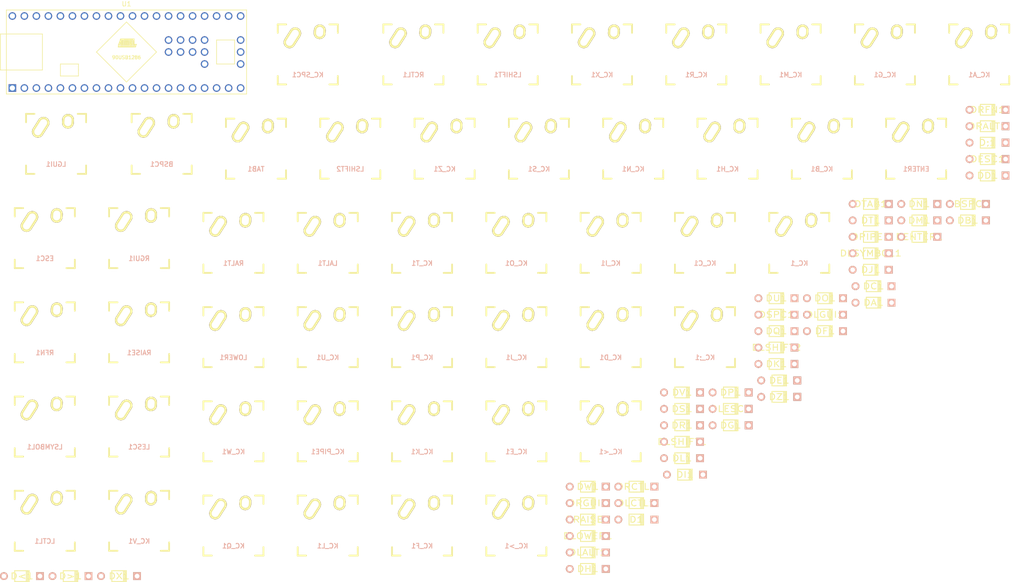
<source format=kicad_pcb>
(kicad_pcb (version 20171130) (host pcbnew "(5.1.5-0)")
  (layers (0 F.Cu signal) (31 B.Cu signal) (34 B.Paste user) (35 F.Paste user) (36 B.SilkS user) (37 F.SilkS user) (38 B.Mask user) (39 F.Mask user) (44 Edge.Cuts user))
  (net 0 "")
  (net 1 "Net-(BSPC1-Pad2)")
  (net 2 /COL14)
  (net 3 "Net-(D1-Pad2)")
  (net 4 /ROW3)
  (net 5 "Net-(D;1-Pad2)")
  (net 6 /ROW2)
  (net 7 "Net-(D<1-Pad2)")
  (net 8 "Net-(D>1-Pad2)")
  (net 9 "Net-(DA1-Pad2)")
  (net 10 "Net-(DB1-Pad2)")
  (net 11 /ROW1)
  (net 12 "Net-(DC1-Pad2)")
  (net 13 "Net-(DD1-Pad2)")
  (net 14 "Net-(DE1-Pad2)")
  (net 15 "Net-(DENTER1-Pad2)")
  (net 16 "Net-(DESC1-Pad2)")
  (net 17 "Net-(DF1-Pad2)")
  (net 18 "Net-(DG1-Pad2)")
  (net 19 "Net-(DH1-Pad2)")
  (net 20 "Net-(DI1-Pad2)")
  (net 21 "Net-(DJ1-Pad2)")
  (net 22 "Net-(DK1-Pad2)")
  (net 23 "Net-(DL1-Pad2)")
  (net 24 "Net-(DLALT1-Pad2)")
  (net 25 /ROW4)
  (net 26 "Net-(DLCTL1-Pad2)")
  (net 27 "Net-(DLESC1-Pad2)")
  (net 28 "Net-(DLGUI1-Pad2)")
  (net 29 "Net-(DLOWER1-Pad2)")
  (net 30 "Net-(DLSHIFT1-Pad2)")
  (net 31 "Net-(DLSHIFT2-Pad2)")
  (net 32 "Net-(DLSYMBOL1-Pad2)")
  (net 33 "Net-(DM1-Pad2)")
  (net 34 "Net-(DN1-Pad2)")
  (net 35 "Net-(DO1-Pad2)")
  (net 36 "Net-(DP1-Pad2)")
  (net 37 "Net-(DPIPE1-Pad2)")
  (net 38 "Net-(DQ1-Pad2)")
  (net 39 "Net-(DR1-Pad2)")
  (net 40 "Net-(DRAISE1-Pad2)")
  (net 41 "Net-(DRALT1-Pad2)")
  (net 42 "Net-(DRCTL1-Pad2)")
  (net 43 "Net-(DRFN1-Pad2)")
  (net 44 "Net-(DRGUI1-Pad2)")
  (net 45 "Net-(DS1-Pad2)")
  (net 46 "Net-(DSPC1-Pad2)")
  (net 47 "Net-(DT1-Pad2)")
  (net 48 "Net-(DTAB1-Pad2)")
  (net 49 "Net-(DU1-Pad2)")
  (net 50 "Net-(DV1-Pad2)")
  (net 51 "Net-(DW1-Pad2)")
  (net 52 "Net-(DX1-Pad2)")
  (net 53 "Net-(DZ1-Pad2)")
  (net 54 /COL1)
  (net 55 /COL13)
  (net 56 /COL11)
  (net 57 /COL12)
  (net 58 /COL2)
  (net 59 /COL6)
  (net 60 /COL4)
  (net 61 /COL5)
  (net 62 /COL9)
  (net 63 /COL10)
  (net 64 /COL3)
  (net 65 /COL8)
  (net 66 /COL7)
  (net 67 "Net-(U1-Pad52)")
  (net 68 "Net-(U1-Pad51)")
  (net 69 "Net-(U1-Pad50)")
  (net 70 "Net-(U1-Pad49)")
  (net 71 "Net-(U1-Pad48)")
  (net 72 "Net-(U1-Pad47)")
  (net 73 "Net-(U1-Pad46)")
  (net 74 "Net-(U1-Pad45)")
  (net 75 "Net-(U1-Pad44)")
  (net 76 "Net-(U1-Pad43)")
  (net 77 "Net-(U1-Pad42)")
  (net 78 "Net-(U1-Pad41)")
  (net 79 "Net-(U1-Pad40)")
  (net 80 "Net-(U1-Pad39)")
  (net 81 "Net-(U1-Pad38)")
  (net 82 "Net-(U1-Pad37)")
  (net 83 "Net-(U1-Pad36)")
  (net 84 "Net-(U1-Pad35)")
  (net 85 "Net-(U1-Pad34)")
  (net 86 "Net-(U1-Pad33)")
  (net 87 "Net-(U1-Pad32)")
  (net 88 "Net-(U1-Pad31)")
  (net 89 "Net-(U1-Pad30)")
  (net 90 "Net-(U1-Pad29)")
  (net 91 "Net-(U1-Pad28)")
  (net 92 "Net-(U1-Pad20)")
  (net 93 "Net-(U1-Pad12)")
  (net 94 "Net-(U1-Pad1)")
  (net 95 "Net-(U1-Pad7)")
  (net 96 "Net-(U1-Pad8)")
  (net 97 "Net-(U1-Pad11)")
  (net 98 "Net-(U1-Pad10)")
  (net 99 "Net-(U1-Pad9)")
  (module teensy:Teensy2.0++ (layer F.Cu) (at 95.325001 3.885001)
    (fp_text reference U1 (at 0 -10.16) (layer F.SilkS))
    (fp_text value Teensy2.0++)
    (fp_text user 90USB1286 (at 0 1.143) (layer F.SilkS) (effects (font (size 0.7 0.7))))
    (pad 52 thru_hole circle (at 16.51 2.54) (size 1.6 1.6) (drill 1.1) (layers *.Cu *.Mask) (net 67 "Net-(U1-Pad52)"))
    (pad 51 thru_hole circle (at 16.51 0) (size 1.6 1.6) (drill 1.1) (layers *.Cu *.Mask) (net 68 "Net-(U1-Pad51)"))
    (pad 50 thru_hole circle (at 13.97 0) (size 1.6 1.6) (drill 1.1) (layers *.Cu *.Mask) (net 69 "Net-(U1-Pad50)"))
    (pad 49 thru_hole circle (at 11.43 0) (size 1.6 1.6) (drill 1.1) (layers *.Cu *.Mask) (net 70 "Net-(U1-Pad49)"))
    (pad 48 thru_hole circle (at 8.89 0) (size 1.6 1.6) (drill 1.1) (layers *.Cu *.Mask) (net 71 "Net-(U1-Pad48)"))
    (pad 47 thru_hole circle (at 16.51 -2.54) (size 1.6 1.6) (drill 1.1) (layers *.Cu *.Mask) (net 72 "Net-(U1-Pad47)"))
    (pad 46 thru_hole circle (at 13.97 -2.54) (size 1.6 1.6) (drill 1.1) (layers *.Cu *.Mask) (net 73 "Net-(U1-Pad46)"))
    (pad 45 thru_hole circle (at 11.43 -2.54) (size 1.6 1.6) (drill 1.1) (layers *.Cu *.Mask) (net 74 "Net-(U1-Pad45)"))
    (pad 44 thru_hole circle (at 8.89 -2.54) (size 1.6 1.6) (drill 1.1) (layers *.Cu *.Mask) (net 75 "Net-(U1-Pad44)"))
    (pad 43 thru_hole circle (at -24.13 -7.62) (size 1.6 1.6) (drill 1.1) (layers *.Cu *.Mask) (net 76 "Net-(U1-Pad43)"))
    (pad 42 thru_hole circle (at -21.59 -7.62) (size 1.6 1.6) (drill 1.1) (layers *.Cu *.Mask) (net 77 "Net-(U1-Pad42)"))
    (pad 41 thru_hole circle (at -19.05 -7.62) (size 1.6 1.6) (drill 1.1) (layers *.Cu *.Mask) (net 78 "Net-(U1-Pad41)"))
    (pad 40 thru_hole circle (at -16.51 -7.62) (size 1.6 1.6) (drill 1.1) (layers *.Cu *.Mask) (net 79 "Net-(U1-Pad40)"))
    (pad 39 thru_hole circle (at -13.97 -7.62) (size 1.6 1.6) (drill 1.1) (layers *.Cu *.Mask) (net 80 "Net-(U1-Pad39)"))
    (pad 38 thru_hole circle (at -11.43 -7.62) (size 1.6 1.6) (drill 1.1) (layers *.Cu *.Mask) (net 81 "Net-(U1-Pad38)"))
    (pad 37 thru_hole circle (at -8.89 -7.62) (size 1.6 1.6) (drill 1.1) (layers *.Cu *.Mask) (net 82 "Net-(U1-Pad37)"))
    (pad 36 thru_hole circle (at -6.35 -7.62) (size 1.6 1.6) (drill 1.1) (layers *.Cu *.Mask) (net 83 "Net-(U1-Pad36)"))
    (pad 35 thru_hole circle (at -3.81 -7.62) (size 1.6 1.6) (drill 1.1) (layers *.Cu *.Mask) (net 84 "Net-(U1-Pad35)"))
    (pad 34 thru_hole circle (at -1.27 -7.62) (size 1.6 1.6) (drill 1.1) (layers *.Cu *.Mask) (net 85 "Net-(U1-Pad34)"))
    (pad 33 thru_hole circle (at 1.27 -7.62) (size 1.6 1.6) (drill 1.1) (layers *.Cu *.Mask) (net 86 "Net-(U1-Pad33)"))
    (pad 32 thru_hole circle (at 3.81 -7.62) (size 1.6 1.6) (drill 1.1) (layers *.Cu *.Mask) (net 87 "Net-(U1-Pad32)"))
    (pad 31 thru_hole circle (at 6.35 -7.62) (size 1.6 1.6) (drill 1.1) (layers *.Cu *.Mask) (net 88 "Net-(U1-Pad31)"))
    (pad 30 thru_hole circle (at 8.89 -7.62) (size 1.6 1.6) (drill 1.1) (layers *.Cu *.Mask) (net 89 "Net-(U1-Pad30)"))
    (pad 29 thru_hole circle (at 11.43 -7.62) (size 1.6 1.6) (drill 1.1) (layers *.Cu *.Mask) (net 90 "Net-(U1-Pad29)"))
    (pad 28 thru_hole circle (at 13.97 -7.62) (size 1.6 1.6) (drill 1.1) (layers *.Cu *.Mask) (net 91 "Net-(U1-Pad28)"))
    (pad 27 thru_hole circle (at 16.51 -7.62) (size 1.6 1.6) (drill 1.1) (layers *.Cu *.Mask) (net 65 /COL8))
    (pad 26 thru_hole circle (at 19.05 -7.62) (size 1.6 1.6) (drill 1.1) (layers *.Cu *.Mask) (net 62 /COL9))
    (pad 25 thru_hole circle (at 21.59 -7.62) (size 1.6 1.6) (drill 1.1) (layers *.Cu *.Mask) (net 63 /COL10))
    (pad 24 thru_hole circle (at 24.13 -7.62) (size 1.6 1.6) (drill 1.1) (layers *.Cu *.Mask) (net 56 /COL11))
    (pad 23 thru_hole circle (at 24.13 -2.54) (size 1.6 1.6) (drill 1.1) (layers *.Cu *.Mask) (net 57 /COL12))
    (pad 22 thru_hole circle (at 24.13 0) (size 1.6 1.6) (drill 1.1) (layers *.Cu *.Mask) (net 55 /COL13))
    (pad 21 thru_hole circle (at 24.13 2.54) (size 1.6 1.6) (drill 1.1) (layers *.Cu *.Mask) (net 2 /COL14))
    (pad 20 thru_hole circle (at 24.13 7.62) (size 1.6 1.6) (drill 1.1) (layers *.Cu *.Mask) (net 92 "Net-(U1-Pad20)"))
    (pad 19 thru_hole circle (at 21.59 7.62) (size 1.6 1.6) (drill 1.1) (layers *.Cu *.Mask) (net 66 /COL7))
    (pad 18 thru_hole circle (at 19.05 7.62) (size 1.6 1.6) (drill 1.1) (layers *.Cu *.Mask) (net 59 /COL6))
    (pad 17 thru_hole circle (at 16.51 7.62) (size 1.6 1.6) (drill 1.1) (layers *.Cu *.Mask) (net 61 /COL5))
    (pad 16 thru_hole circle (at 13.97 7.62) (size 1.6 1.6) (drill 1.1) (layers *.Cu *.Mask) (net 60 /COL4))
    (pad 15 thru_hole circle (at 11.43 7.62) (size 1.6 1.6) (drill 1.1) (layers *.Cu *.Mask) (net 64 /COL3))
    (pad 14 thru_hole circle (at 8.89 7.62) (size 1.6 1.6) (drill 1.1) (layers *.Cu *.Mask) (net 58 /COL2))
    (pad 13 thru_hole circle (at 6.35 7.62) (size 1.6 1.6) (drill 1.1) (layers *.Cu *.Mask) (net 54 /COL1))
    (pad 12 thru_hole circle (at 3.81 7.62) (size 1.6 1.6) (drill 1.1) (layers *.Cu *.Mask) (net 93 "Net-(U1-Pad12)"))
    (pad 1 thru_hole rect (at -24.13 7.62) (size 1.6 1.6) (drill 1.1) (layers *.Cu *.Mask) (net 94 "Net-(U1-Pad1)"))
    (pad 2 thru_hole circle (at -21.59 7.62) (size 1.6 1.6) (drill 1.1) (layers *.Cu *.Mask))
    (pad 3 thru_hole circle (at -19.05 7.62) (size 1.6 1.6) (drill 1.1) (layers *.Cu *.Mask) (net 11 /ROW1))
    (pad 4 thru_hole circle (at -16.51 7.62) (size 1.6 1.6) (drill 1.1) (layers *.Cu *.Mask) (net 6 /ROW2))
    (pad 5 thru_hole circle (at -13.97 7.62) (size 1.6 1.6) (drill 1.1) (layers *.Cu *.Mask) (net 4 /ROW3))
    (pad 6 thru_hole circle (at -11.43 7.62) (size 1.6 1.6) (drill 1.1) (layers *.Cu *.Mask) (net 25 /ROW4))
    (pad 7 thru_hole circle (at -8.89 7.62) (size 1.6 1.6) (drill 1.1) (layers *.Cu *.Mask) (net 95 "Net-(U1-Pad7)"))
    (pad 8 thru_hole circle (at -6.35 7.62) (size 1.6 1.6) (drill 1.1) (layers *.Cu *.Mask) (net 96 "Net-(U1-Pad8)"))
    (pad 11 thru_hole circle (at 1.27 7.62) (size 1.6 1.6) (drill 1.1) (layers *.Cu *.Mask) (net 97 "Net-(U1-Pad11)"))
    (pad 10 thru_hole circle (at -1.27 7.62) (size 1.6 1.6) (drill 1.1) (layers *.Cu *.Mask) (net 98 "Net-(U1-Pad10)"))
    (pad 9 thru_hole circle (at -3.81 7.62) (size 1.6 1.6) (drill 1.1) (layers *.Cu *.Mask) (net 99 "Net-(U1-Pad9)"))
  )
  (module keebs:Mx_Alps_100 (layer F.Cu) (at 122.704201 24.334201)
    (fp_text reference TAB1 (at 0 4.318) (layer B.SilkS) (effects (font (thickness 0.2)) (justify mirror)))
    (fp_text value KEYSW hide)
    (pad 2 thru_hole oval (at 2.52 -4.79 356.1) (size 2.5 3.08) (drill oval 1.5 2.08) (layers *.Cu *.Mask F.SilkS) (net 48 "Net-(DTAB1-Pad2)"))
    (pad 1 thru_hole oval (at -3.255 -3.52 327.5) (size 2.5 4.75) (drill oval 1.5 3.75) (layers *.Cu *.Mask F.SilkS) (net 54 /COL1))
    (pad HOLE np_thru_hole circle (at 5.08 0) (size 1.7018 1.7018) (drill 1.7018) (layers *.Cu))
    (pad HOLE np_thru_hole circle (at -5.08 0) (size 1.7018 1.7018) (drill 1.7018) (layers *.Cu))
    (pad HOLE np_thru_hole circle (at 0 0) (size 3.9878 3.9878) (drill 3.9878) (layers *.Cu))
  )
  (module keebs:Mx_Alps_100 (layer F.Cu) (at 97.994201 43.264201)
    (fp_text reference RGUI1 (at 0 4.318) (layer B.SilkS) (effects (font (thickness 0.2)) (justify mirror)))
    (fp_text value KEYSW hide)
    (pad 2 thru_hole oval (at 2.52 -4.79 356.1) (size 2.5 3.08) (drill oval 1.5 2.08) (layers *.Cu *.Mask F.SilkS) (net 44 "Net-(DRGUI1-Pad2)"))
    (pad 1 thru_hole oval (at -3.255 -3.52 327.5) (size 2.5 4.75) (drill oval 1.5 3.75) (layers *.Cu *.Mask F.SilkS) (net 63 /COL10))
    (pad HOLE np_thru_hole circle (at 5.08 0) (size 1.7018 1.7018) (drill 1.7018) (layers *.Cu))
    (pad HOLE np_thru_hole circle (at -5.08 0) (size 1.7018 1.7018) (drill 1.7018) (layers *.Cu))
    (pad HOLE np_thru_hole circle (at 0 0) (size 3.9878 3.9878) (drill 3.9878) (layers *.Cu))
  )
  (module keebs:Mx_Alps_100 (layer F.Cu) (at 78.054201 63.204201)
    (fp_text reference RFN1 (at 0 4.318) (layer B.SilkS) (effects (font (thickness 0.2)) (justify mirror)))
    (fp_text value KEYSW hide)
    (pad 2 thru_hole oval (at 2.52 -4.79 356.1) (size 2.5 3.08) (drill oval 1.5 2.08) (layers *.Cu *.Mask F.SilkS) (net 43 "Net-(DRFN1-Pad2)"))
    (pad 1 thru_hole oval (at -3.255 -3.52 327.5) (size 2.5 4.75) (drill oval 1.5 3.75) (layers *.Cu *.Mask F.SilkS) (net 55 /COL13))
    (pad HOLE np_thru_hole circle (at 5.08 0) (size 1.7018 1.7018) (drill 1.7018) (layers *.Cu))
    (pad HOLE np_thru_hole circle (at -5.08 0) (size 1.7018 1.7018) (drill 1.7018) (layers *.Cu))
    (pad HOLE np_thru_hole circle (at 0 0) (size 3.9878 3.9878) (drill 3.9878) (layers *.Cu))
  )
  (module keebs:Mx_Alps_100 (layer F.Cu) (at 155.984201 4.394201)
    (fp_text reference RCTL1 (at 0 4.318) (layer B.SilkS) (effects (font (thickness 0.2)) (justify mirror)))
    (fp_text value KEYSW hide)
    (pad 2 thru_hole oval (at 2.52 -4.79 356.1) (size 2.5 3.08) (drill oval 1.5 2.08) (layers *.Cu *.Mask F.SilkS) (net 42 "Net-(DRCTL1-Pad2)"))
    (pad 1 thru_hole oval (at -3.255 -3.52 327.5) (size 2.5 4.75) (drill oval 1.5 3.75) (layers *.Cu *.Mask F.SilkS) (net 57 /COL12))
    (pad HOLE np_thru_hole circle (at 5.08 0) (size 1.7018 1.7018) (drill 1.7018) (layers *.Cu))
    (pad HOLE np_thru_hole circle (at -5.08 0) (size 1.7018 1.7018) (drill 1.7018) (layers *.Cu))
    (pad HOLE np_thru_hole circle (at 0 0) (size 3.9878 3.9878) (drill 3.9878) (layers *.Cu))
  )
  (module keebs:Mx_Alps_100 (layer F.Cu) (at 117.934201 44.274201)
    (fp_text reference RALT1 (at 0 4.318) (layer B.SilkS) (effects (font (thickness 0.2)) (justify mirror)))
    (fp_text value KEYSW hide)
    (pad 2 thru_hole oval (at 2.52 -4.79 356.1) (size 2.5 3.08) (drill oval 1.5 2.08) (layers *.Cu *.Mask F.SilkS) (net 41 "Net-(DRALT1-Pad2)"))
    (pad 1 thru_hole oval (at -3.255 -3.52 327.5) (size 2.5 4.75) (drill oval 1.5 3.75) (layers *.Cu *.Mask F.SilkS) (net 56 /COL11))
    (pad HOLE np_thru_hole circle (at 5.08 0) (size 1.7018 1.7018) (drill 1.7018) (layers *.Cu))
    (pad HOLE np_thru_hole circle (at -5.08 0) (size 1.7018 1.7018) (drill 1.7018) (layers *.Cu))
    (pad HOLE np_thru_hole circle (at 0 0) (size 3.9878 3.9878) (drill 3.9878) (layers *.Cu))
  )
  (module keebs:Mx_Alps_100 (layer F.Cu) (at 97.994201 63.204201)
    (fp_text reference RAISE1 (at 0 4.318) (layer B.SilkS) (effects (font (thickness 0.2)) (justify mirror)))
    (fp_text value KEYSW hide)
    (pad 2 thru_hole oval (at 2.52 -4.79 356.1) (size 2.5 3.08) (drill oval 1.5 2.08) (layers *.Cu *.Mask F.SilkS) (net 40 "Net-(DRAISE1-Pad2)"))
    (pad 1 thru_hole oval (at -3.255 -3.52 327.5) (size 2.5 4.75) (drill oval 1.5 3.75) (layers *.Cu *.Mask F.SilkS) (net 62 /COL9))
    (pad HOLE np_thru_hole circle (at 5.08 0) (size 1.7018 1.7018) (drill 1.7018) (layers *.Cu))
    (pad HOLE np_thru_hole circle (at -5.08 0) (size 1.7018 1.7018) (drill 1.7018) (layers *.Cu))
    (pad HOLE np_thru_hole circle (at 0 0) (size 3.9878 3.9878) (drill 3.9878) (layers *.Cu))
  )
  (module keebs:Mx_Alps_100 (layer F.Cu) (at 78.054201 83.144201)
    (fp_text reference LSYMBOL1 (at 0 4.318) (layer B.SilkS) (effects (font (thickness 0.2)) (justify mirror)))
    (fp_text value KEYSW hide)
    (pad 2 thru_hole oval (at 2.52 -4.79 356.1) (size 2.5 3.08) (drill oval 1.5 2.08) (layers *.Cu *.Mask F.SilkS) (net 32 "Net-(DLSYMBOL1-Pad2)"))
    (pad 1 thru_hole oval (at -3.255 -3.52 327.5) (size 2.5 4.75) (drill oval 1.5 3.75) (layers *.Cu *.Mask F.SilkS) (net 61 /COL5))
    (pad HOLE np_thru_hole circle (at 5.08 0) (size 1.7018 1.7018) (drill 1.7018) (layers *.Cu))
    (pad HOLE np_thru_hole circle (at -5.08 0) (size 1.7018 1.7018) (drill 1.7018) (layers *.Cu))
    (pad HOLE np_thru_hole circle (at 0 0) (size 3.9878 3.9878) (drill 3.9878) (layers *.Cu))
  )
  (module keebs:Mx_Alps_100 (layer F.Cu) (at 142.644201 24.334201)
    (fp_text reference LSHIFT2 (at 0 4.318) (layer B.SilkS) (effects (font (thickness 0.2)) (justify mirror)))
    (fp_text value KEYSW hide)
    (pad 2 thru_hole oval (at 2.52 -4.79 356.1) (size 2.5 3.08) (drill oval 1.5 2.08) (layers *.Cu *.Mask F.SilkS) (net 31 "Net-(DLSHIFT2-Pad2)"))
    (pad 1 thru_hole oval (at -3.255 -3.52 327.5) (size 2.5 4.75) (drill oval 1.5 3.75) (layers *.Cu *.Mask F.SilkS) (net 2 /COL14))
    (pad HOLE np_thru_hole circle (at 5.08 0) (size 1.7018 1.7018) (drill 1.7018) (layers *.Cu))
    (pad HOLE np_thru_hole circle (at -5.08 0) (size 1.7018 1.7018) (drill 1.7018) (layers *.Cu))
    (pad HOLE np_thru_hole circle (at 0 0) (size 3.9878 3.9878) (drill 3.9878) (layers *.Cu))
  )
  (module keebs:Mx_Alps_100 (layer F.Cu) (at 175.924201 4.394201)
    (fp_text reference LSHIFT1 (at 0 4.318) (layer B.SilkS) (effects (font (thickness 0.2)) (justify mirror)))
    (fp_text value KEYSW hide)
    (pad 2 thru_hole oval (at 2.52 -4.79 356.1) (size 2.5 3.08) (drill oval 1.5 2.08) (layers *.Cu *.Mask F.SilkS) (net 30 "Net-(DLSHIFT1-Pad2)"))
    (pad 1 thru_hole oval (at -3.255 -3.52 327.5) (size 2.5 4.75) (drill oval 1.5 3.75) (layers *.Cu *.Mask F.SilkS) (net 54 /COL1))
    (pad HOLE np_thru_hole circle (at 5.08 0) (size 1.7018 1.7018) (drill 1.7018) (layers *.Cu))
    (pad HOLE np_thru_hole circle (at -5.08 0) (size 1.7018 1.7018) (drill 1.7018) (layers *.Cu))
    (pad HOLE np_thru_hole circle (at 0 0) (size 3.9878 3.9878) (drill 3.9878) (layers *.Cu))
  )
  (module keebs:Mx_Alps_100 (layer F.Cu) (at 117.934201 64.214201)
    (fp_text reference LOWER1 (at 0 4.318) (layer B.SilkS) (effects (font (thickness 0.2)) (justify mirror)))
    (fp_text value KEYSW hide)
    (pad 2 thru_hole oval (at 2.52 -4.79 356.1) (size 2.5 3.08) (drill oval 1.5 2.08) (layers *.Cu *.Mask F.SilkS) (net 29 "Net-(DLOWER1-Pad2)"))
    (pad 1 thru_hole oval (at -3.255 -3.52 327.5) (size 2.5 4.75) (drill oval 1.5 3.75) (layers *.Cu *.Mask F.SilkS) (net 59 /COL6))
    (pad HOLE np_thru_hole circle (at 5.08 0) (size 1.7018 1.7018) (drill 1.7018) (layers *.Cu))
    (pad HOLE np_thru_hole circle (at -5.08 0) (size 1.7018 1.7018) (drill 1.7018) (layers *.Cu))
    (pad HOLE np_thru_hole circle (at 0 0) (size 3.9878 3.9878) (drill 3.9878) (layers *.Cu))
  )
  (module keebs:Mx_Alps_125 (layer F.Cu) (at 80.436721 23.324201)
    (fp_text reference LGUI1 (at 0 4.318) (layer B.SilkS) (effects (font (thickness 0.2)) (justify mirror)))
    (fp_text value KEYSW hide)
    (pad 2 thru_hole oval (at 2.52 -4.79 356.1) (size 2.5 3.08) (drill oval 1.5 2.08) (layers *.Cu *.Mask F.SilkS) (net 28 "Net-(DLGUI1-Pad2)"))
    (pad 1 thru_hole oval (at -3.255 -3.52 327.5) (size 2.5 4.75) (drill oval 1.5 3.75) (layers *.Cu *.Mask F.SilkS) (net 66 /COL7))
    (pad HOLE np_thru_hole circle (at 5.08 0) (size 1.7018 1.7018) (drill 1.7018) (layers *.Cu))
    (pad HOLE np_thru_hole circle (at -5.08 0) (size 1.7018 1.7018) (drill 1.7018) (layers *.Cu))
    (pad HOLE np_thru_hole circle (at 0 0) (size 3.9878 3.9878) (drill 3.9878) (layers *.Cu))
  )
  (module keebs:Mx_Alps_100 (layer F.Cu) (at 97.994201 83.144201)
    (fp_text reference LESC1 (at 0 4.318) (layer B.SilkS) (effects (font (thickness 0.2)) (justify mirror)))
    (fp_text value KEYSW hide)
    (pad 2 thru_hole oval (at 2.52 -4.79 356.1) (size 2.5 3.08) (drill oval 1.5 2.08) (layers *.Cu *.Mask F.SilkS) (net 27 "Net-(DLESC1-Pad2)"))
    (pad 1 thru_hole oval (at -3.255 -3.52 327.5) (size 2.5 4.75) (drill oval 1.5 3.75) (layers *.Cu *.Mask F.SilkS) (net 60 /COL4))
    (pad HOLE np_thru_hole circle (at 5.08 0) (size 1.7018 1.7018) (drill 1.7018) (layers *.Cu))
    (pad HOLE np_thru_hole circle (at -5.08 0) (size 1.7018 1.7018) (drill 1.7018) (layers *.Cu))
    (pad HOLE np_thru_hole circle (at 0 0) (size 3.9878 3.9878) (drill 3.9878) (layers *.Cu))
  )
  (module keebs:Mx_Alps_100 (layer F.Cu) (at 78.054201 103.084201)
    (fp_text reference LCTL1 (at 0 4.318) (layer B.SilkS) (effects (font (thickness 0.2)) (justify mirror)))
    (fp_text value KEYSW hide)
    (pad 2 thru_hole oval (at 2.52 -4.79 356.1) (size 2.5 3.08) (drill oval 1.5 2.08) (layers *.Cu *.Mask F.SilkS) (net 26 "Net-(DLCTL1-Pad2)"))
    (pad 1 thru_hole oval (at -3.255 -3.52 327.5) (size 2.5 4.75) (drill oval 1.5 3.75) (layers *.Cu *.Mask F.SilkS) (net 58 /COL2))
    (pad HOLE np_thru_hole circle (at 5.08 0) (size 1.7018 1.7018) (drill 1.7018) (layers *.Cu))
    (pad HOLE np_thru_hole circle (at -5.08 0) (size 1.7018 1.7018) (drill 1.7018) (layers *.Cu))
    (pad HOLE np_thru_hole circle (at 0 0) (size 3.9878 3.9878) (drill 3.9878) (layers *.Cu))
  )
  (module keebs:Mx_Alps_100 (layer F.Cu) (at 137.874201 44.274201)
    (fp_text reference LALT1 (at 0 4.318) (layer B.SilkS) (effects (font (thickness 0.2)) (justify mirror)))
    (fp_text value KEYSW hide)
    (pad 2 thru_hole oval (at 2.52 -4.79 356.1) (size 2.5 3.08) (drill oval 1.5 2.08) (layers *.Cu *.Mask F.SilkS) (net 24 "Net-(DLALT1-Pad2)"))
    (pad 1 thru_hole oval (at -3.255 -3.52 327.5) (size 2.5 4.75) (drill oval 1.5 3.75) (layers *.Cu *.Mask F.SilkS) (net 64 /COL3))
    (pad HOLE np_thru_hole circle (at 5.08 0) (size 1.7018 1.7018) (drill 1.7018) (layers *.Cu))
    (pad HOLE np_thru_hole circle (at -5.08 0) (size 1.7018 1.7018) (drill 1.7018) (layers *.Cu))
    (pad HOLE np_thru_hole circle (at 0 0) (size 3.9878 3.9878) (drill 3.9878) (layers *.Cu))
  )
  (module keebs:Mx_Alps_100 (layer F.Cu) (at 162.584201 24.334201)
    (fp_text reference KC_Z1 (at 0 4.318) (layer B.SilkS) (effects (font (thickness 0.2)) (justify mirror)))
    (fp_text value KEYSW hide)
    (pad 2 thru_hole oval (at 2.52 -4.79 356.1) (size 2.5 3.08) (drill oval 1.5 2.08) (layers *.Cu *.Mask F.SilkS) (net 53 "Net-(DZ1-Pad2)"))
    (pad 1 thru_hole oval (at -3.255 -3.52 327.5) (size 2.5 4.75) (drill oval 1.5 3.75) (layers *.Cu *.Mask F.SilkS) (net 58 /COL2))
    (pad HOLE np_thru_hole circle (at 5.08 0) (size 1.7018 1.7018) (drill 1.7018) (layers *.Cu))
    (pad HOLE np_thru_hole circle (at -5.08 0) (size 1.7018 1.7018) (drill 1.7018) (layers *.Cu))
    (pad HOLE np_thru_hole circle (at 0 0) (size 3.9878 3.9878) (drill 3.9878) (layers *.Cu))
  )
  (module keebs:Mx_Alps_100 (layer F.Cu) (at 195.864201 4.394201)
    (fp_text reference KC_X1 (at 0 4.318) (layer B.SilkS) (effects (font (thickness 0.2)) (justify mirror)))
    (fp_text value KEYSW hide)
    (pad 2 thru_hole oval (at 2.52 -4.79 356.1) (size 2.5 3.08) (drill oval 1.5 2.08) (layers *.Cu *.Mask F.SilkS) (net 52 "Net-(DX1-Pad2)"))
    (pad 1 thru_hole oval (at -3.255 -3.52 327.5) (size 2.5 4.75) (drill oval 1.5 3.75) (layers *.Cu *.Mask F.SilkS) (net 64 /COL3))
    (pad HOLE np_thru_hole circle (at 5.08 0) (size 1.7018 1.7018) (drill 1.7018) (layers *.Cu))
    (pad HOLE np_thru_hole circle (at -5.08 0) (size 1.7018 1.7018) (drill 1.7018) (layers *.Cu))
    (pad HOLE np_thru_hole circle (at 0 0) (size 3.9878 3.9878) (drill 3.9878) (layers *.Cu))
  )
  (module keebs:Mx_Alps_100 (layer F.Cu) (at 117.934201 84.154201)
    (fp_text reference KC_W1 (at 0 4.318) (layer B.SilkS) (effects (font (thickness 0.2)) (justify mirror)))
    (fp_text value KEYSW hide)
    (pad 2 thru_hole oval (at 2.52 -4.79 356.1) (size 2.5 3.08) (drill oval 1.5 2.08) (layers *.Cu *.Mask F.SilkS) (net 51 "Net-(DW1-Pad2)"))
    (pad 1 thru_hole oval (at -3.255 -3.52 327.5) (size 2.5 4.75) (drill oval 1.5 3.75) (layers *.Cu *.Mask F.SilkS) (net 64 /COL3))
    (pad HOLE np_thru_hole circle (at 5.08 0) (size 1.7018 1.7018) (drill 1.7018) (layers *.Cu))
    (pad HOLE np_thru_hole circle (at -5.08 0) (size 1.7018 1.7018) (drill 1.7018) (layers *.Cu))
    (pad HOLE np_thru_hole circle (at 0 0) (size 3.9878 3.9878) (drill 3.9878) (layers *.Cu))
  )
  (module keebs:Mx_Alps_100 (layer F.Cu) (at 97.994201 103.084201)
    (fp_text reference KC_V1 (at 0 4.318) (layer B.SilkS) (effects (font (thickness 0.2)) (justify mirror)))
    (fp_text value KEYSW hide)
    (pad 2 thru_hole oval (at 2.52 -4.79 356.1) (size 2.5 3.08) (drill oval 1.5 2.08) (layers *.Cu *.Mask F.SilkS) (net 50 "Net-(DV1-Pad2)"))
    (pad 1 thru_hole oval (at -3.255 -3.52 327.5) (size 2.5 4.75) (drill oval 1.5 3.75) (layers *.Cu *.Mask F.SilkS) (net 61 /COL5))
    (pad HOLE np_thru_hole circle (at 5.08 0) (size 1.7018 1.7018) (drill 1.7018) (layers *.Cu))
    (pad HOLE np_thru_hole circle (at -5.08 0) (size 1.7018 1.7018) (drill 1.7018) (layers *.Cu))
    (pad HOLE np_thru_hole circle (at 0 0) (size 3.9878 3.9878) (drill 3.9878) (layers *.Cu))
  )
  (module keebs:Mx_Alps_100 (layer F.Cu) (at 137.874201 64.214201)
    (fp_text reference KC_U1 (at 0 4.318) (layer B.SilkS) (effects (font (thickness 0.2)) (justify mirror)))
    (fp_text value KEYSW hide)
    (pad 2 thru_hole oval (at 2.52 -4.79 356.1) (size 2.5 3.08) (drill oval 1.5 2.08) (layers *.Cu *.Mask F.SilkS) (net 49 "Net-(DU1-Pad2)"))
    (pad 1 thru_hole oval (at -3.255 -3.52 327.5) (size 2.5 4.75) (drill oval 1.5 3.75) (layers *.Cu *.Mask F.SilkS) (net 62 /COL9))
    (pad HOLE np_thru_hole circle (at 5.08 0) (size 1.7018 1.7018) (drill 1.7018) (layers *.Cu))
    (pad HOLE np_thru_hole circle (at -5.08 0) (size 1.7018 1.7018) (drill 1.7018) (layers *.Cu))
    (pad HOLE np_thru_hole circle (at 0 0) (size 3.9878 3.9878) (drill 3.9878) (layers *.Cu))
  )
  (module keebs:Mx_Alps_100 (layer F.Cu) (at 157.814201 44.274201)
    (fp_text reference KC_T1 (at 0 4.318) (layer B.SilkS) (effects (font (thickness 0.2)) (justify mirror)))
    (fp_text value KEYSW hide)
    (pad 2 thru_hole oval (at 2.52 -4.79 356.1) (size 2.5 3.08) (drill oval 1.5 2.08) (layers *.Cu *.Mask F.SilkS) (net 47 "Net-(DT1-Pad2)"))
    (pad 1 thru_hole oval (at -3.255 -3.52 327.5) (size 2.5 4.75) (drill oval 1.5 3.75) (layers *.Cu *.Mask F.SilkS) (net 59 /COL6))
    (pad HOLE np_thru_hole circle (at 5.08 0) (size 1.7018 1.7018) (drill 1.7018) (layers *.Cu))
    (pad HOLE np_thru_hole circle (at -5.08 0) (size 1.7018 1.7018) (drill 1.7018) (layers *.Cu))
    (pad HOLE np_thru_hole circle (at 0 0) (size 3.9878 3.9878) (drill 3.9878) (layers *.Cu))
  )
  (module keebs:Mx_Alps_125 (layer F.Cu) (at 133.656721 4.394201)
    (fp_text reference KC_SPC1 (at 0 4.318) (layer B.SilkS) (effects (font (thickness 0.2)) (justify mirror)))
    (fp_text value KEYSW hide)
    (pad 2 thru_hole oval (at 2.52 -4.79 356.1) (size 2.5 3.08) (drill oval 1.5 2.08) (layers *.Cu *.Mask F.SilkS) (net 46 "Net-(DSPC1-Pad2)"))
    (pad 1 thru_hole oval (at -3.255 -3.52 327.5) (size 2.5 4.75) (drill oval 1.5 3.75) (layers *.Cu *.Mask F.SilkS) (net 65 /COL8))
    (pad HOLE np_thru_hole circle (at 5.08 0) (size 1.7018 1.7018) (drill 1.7018) (layers *.Cu))
    (pad HOLE np_thru_hole circle (at -5.08 0) (size 1.7018 1.7018) (drill 1.7018) (layers *.Cu))
    (pad HOLE np_thru_hole circle (at 0 0) (size 3.9878 3.9878) (drill 3.9878) (layers *.Cu))
  )
  (module keebs:Mx_Alps_100 (layer F.Cu) (at 182.524201 24.334201)
    (fp_text reference KC_S1 (at 0 4.318) (layer B.SilkS) (effects (font (thickness 0.2)) (justify mirror)))
    (fp_text value KEYSW hide)
    (pad 2 thru_hole oval (at 2.52 -4.79 356.1) (size 2.5 3.08) (drill oval 1.5 2.08) (layers *.Cu *.Mask F.SilkS) (net 45 "Net-(DS1-Pad2)"))
    (pad 1 thru_hole oval (at -3.255 -3.52 327.5) (size 2.5 4.75) (drill oval 1.5 3.75) (layers *.Cu *.Mask F.SilkS) (net 64 /COL3))
    (pad HOLE np_thru_hole circle (at 5.08 0) (size 1.7018 1.7018) (drill 1.7018) (layers *.Cu))
    (pad HOLE np_thru_hole circle (at -5.08 0) (size 1.7018 1.7018) (drill 1.7018) (layers *.Cu))
    (pad HOLE np_thru_hole circle (at 0 0) (size 3.9878 3.9878) (drill 3.9878) (layers *.Cu))
  )
  (module keebs:Mx_Alps_100 (layer F.Cu) (at 215.804201 4.394201)
    (fp_text reference KC_R1 (at 0 4.318) (layer B.SilkS) (effects (font (thickness 0.2)) (justify mirror)))
    (fp_text value KEYSW hide)
    (pad 2 thru_hole oval (at 2.52 -4.79 356.1) (size 2.5 3.08) (drill oval 1.5 2.08) (layers *.Cu *.Mask F.SilkS) (net 39 "Net-(DR1-Pad2)"))
    (pad 1 thru_hole oval (at -3.255 -3.52 327.5) (size 2.5 4.75) (drill oval 1.5 3.75) (layers *.Cu *.Mask F.SilkS) (net 61 /COL5))
    (pad HOLE np_thru_hole circle (at 5.08 0) (size 1.7018 1.7018) (drill 1.7018) (layers *.Cu))
    (pad HOLE np_thru_hole circle (at -5.08 0) (size 1.7018 1.7018) (drill 1.7018) (layers *.Cu))
    (pad HOLE np_thru_hole circle (at 0 0) (size 3.9878 3.9878) (drill 3.9878) (layers *.Cu))
  )
  (module keebs:Mx_Alps_100 (layer F.Cu) (at 117.934201 104.094201)
    (fp_text reference KC_Q1 (at 0 4.318) (layer B.SilkS) (effects (font (thickness 0.2)) (justify mirror)))
    (fp_text value KEYSW hide)
    (pad 2 thru_hole oval (at 2.52 -4.79 356.1) (size 2.5 3.08) (drill oval 1.5 2.08) (layers *.Cu *.Mask F.SilkS) (net 38 "Net-(DQ1-Pad2)"))
    (pad 1 thru_hole oval (at -3.255 -3.52 327.5) (size 2.5 4.75) (drill oval 1.5 3.75) (layers *.Cu *.Mask F.SilkS) (net 58 /COL2))
    (pad HOLE np_thru_hole circle (at 5.08 0) (size 1.7018 1.7018) (drill 1.7018) (layers *.Cu))
    (pad HOLE np_thru_hole circle (at -5.08 0) (size 1.7018 1.7018) (drill 1.7018) (layers *.Cu))
    (pad HOLE np_thru_hole circle (at 0 0) (size 3.9878 3.9878) (drill 3.9878) (layers *.Cu))
  )
  (module keebs:Mx_Alps_100 (layer F.Cu) (at 137.874201 84.154201)
    (fp_text reference KC_PIPE1 (at 0 4.318) (layer B.SilkS) (effects (font (thickness 0.2)) (justify mirror)))
    (fp_text value KEYSW hide)
    (pad 2 thru_hole oval (at 2.52 -4.79 356.1) (size 2.5 3.08) (drill oval 1.5 2.08) (layers *.Cu *.Mask F.SilkS) (net 37 "Net-(DPIPE1-Pad2)"))
    (pad 1 thru_hole oval (at -3.255 -3.52 327.5) (size 2.5 4.75) (drill oval 1.5 3.75) (layers *.Cu *.Mask F.SilkS) (net 55 /COL13))
    (pad HOLE np_thru_hole circle (at 5.08 0) (size 1.7018 1.7018) (drill 1.7018) (layers *.Cu))
    (pad HOLE np_thru_hole circle (at -5.08 0) (size 1.7018 1.7018) (drill 1.7018) (layers *.Cu))
    (pad HOLE np_thru_hole circle (at 0 0) (size 3.9878 3.9878) (drill 3.9878) (layers *.Cu))
  )
  (module keebs:Mx_Alps_100 (layer F.Cu) (at 157.814201 64.214201)
    (fp_text reference KC_P1 (at 0 4.318) (layer B.SilkS) (effects (font (thickness 0.2)) (justify mirror)))
    (fp_text value KEYSW hide)
    (pad 2 thru_hole oval (at 2.52 -4.79 356.1) (size 2.5 3.08) (drill oval 1.5 2.08) (layers *.Cu *.Mask F.SilkS) (net 36 "Net-(DP1-Pad2)"))
    (pad 1 thru_hole oval (at -3.255 -3.52 327.5) (size 2.5 4.75) (drill oval 1.5 3.75) (layers *.Cu *.Mask F.SilkS) (net 57 /COL12))
    (pad HOLE np_thru_hole circle (at 5.08 0) (size 1.7018 1.7018) (drill 1.7018) (layers *.Cu))
    (pad HOLE np_thru_hole circle (at -5.08 0) (size 1.7018 1.7018) (drill 1.7018) (layers *.Cu))
    (pad HOLE np_thru_hole circle (at 0 0) (size 3.9878 3.9878) (drill 3.9878) (layers *.Cu))
  )
  (module keebs:Mx_Alps_100 (layer F.Cu) (at 177.754201 44.274201)
    (fp_text reference KC_O1 (at 0 4.318) (layer B.SilkS) (effects (font (thickness 0.2)) (justify mirror)))
    (fp_text value KEYSW hide)
    (pad 2 thru_hole oval (at 2.52 -4.79 356.1) (size 2.5 3.08) (drill oval 1.5 2.08) (layers *.Cu *.Mask F.SilkS) (net 35 "Net-(DO1-Pad2)"))
    (pad 1 thru_hole oval (at -3.255 -3.52 327.5) (size 2.5 4.75) (drill oval 1.5 3.75) (layers *.Cu *.Mask F.SilkS) (net 56 /COL11))
    (pad HOLE np_thru_hole circle (at 5.08 0) (size 1.7018 1.7018) (drill 1.7018) (layers *.Cu))
    (pad HOLE np_thru_hole circle (at -5.08 0) (size 1.7018 1.7018) (drill 1.7018) (layers *.Cu))
    (pad HOLE np_thru_hole circle (at 0 0) (size 3.9878 3.9878) (drill 3.9878) (layers *.Cu))
  )
  (module keebs:Mx_Alps_100 (layer F.Cu) (at 202.464201 24.334201)
    (fp_text reference KC_N1 (at 0 4.318) (layer B.SilkS) (effects (font (thickness 0.2)) (justify mirror)))
    (fp_text value KEYSW hide)
    (pad 2 thru_hole oval (at 2.52 -4.79 356.1) (size 2.5 3.08) (drill oval 1.5 2.08) (layers *.Cu *.Mask F.SilkS) (net 34 "Net-(DN1-Pad2)"))
    (pad 1 thru_hole oval (at -3.255 -3.52 327.5) (size 2.5 4.75) (drill oval 1.5 3.75) (layers *.Cu *.Mask F.SilkS) (net 62 /COL9))
    (pad HOLE np_thru_hole circle (at 5.08 0) (size 1.7018 1.7018) (drill 1.7018) (layers *.Cu))
    (pad HOLE np_thru_hole circle (at -5.08 0) (size 1.7018 1.7018) (drill 1.7018) (layers *.Cu))
    (pad HOLE np_thru_hole circle (at 0 0) (size 3.9878 3.9878) (drill 3.9878) (layers *.Cu))
  )
  (module keebs:Mx_Alps_100 (layer F.Cu) (at 235.744201 4.394201)
    (fp_text reference KC_M1 (at 0 4.318) (layer B.SilkS) (effects (font (thickness 0.2)) (justify mirror)))
    (fp_text value KEYSW hide)
    (pad 2 thru_hole oval (at 2.52 -4.79 356.1) (size 2.5 3.08) (drill oval 1.5 2.08) (layers *.Cu *.Mask F.SilkS) (net 33 "Net-(DM1-Pad2)"))
    (pad 1 thru_hole oval (at -3.255 -3.52 327.5) (size 2.5 4.75) (drill oval 1.5 3.75) (layers *.Cu *.Mask F.SilkS) (net 63 /COL10))
    (pad HOLE np_thru_hole circle (at 5.08 0) (size 1.7018 1.7018) (drill 1.7018) (layers *.Cu))
    (pad HOLE np_thru_hole circle (at -5.08 0) (size 1.7018 1.7018) (drill 1.7018) (layers *.Cu))
    (pad HOLE np_thru_hole circle (at 0 0) (size 3.9878 3.9878) (drill 3.9878) (layers *.Cu))
  )
  (module keebs:Mx_Alps_100 (layer F.Cu) (at 137.874201 104.094201)
    (fp_text reference KC_L1 (at 0 4.318) (layer B.SilkS) (effects (font (thickness 0.2)) (justify mirror)))
    (fp_text value KEYSW hide)
    (pad 2 thru_hole oval (at 2.52 -4.79 356.1) (size 2.5 3.08) (drill oval 1.5 2.08) (layers *.Cu *.Mask F.SilkS) (net 23 "Net-(DL1-Pad2)"))
    (pad 1 thru_hole oval (at -3.255 -3.52 327.5) (size 2.5 4.75) (drill oval 1.5 3.75) (layers *.Cu *.Mask F.SilkS) (net 57 /COL12))
    (pad HOLE np_thru_hole circle (at 5.08 0) (size 1.7018 1.7018) (drill 1.7018) (layers *.Cu))
    (pad HOLE np_thru_hole circle (at -5.08 0) (size 1.7018 1.7018) (drill 1.7018) (layers *.Cu))
    (pad HOLE np_thru_hole circle (at 0 0) (size 3.9878 3.9878) (drill 3.9878) (layers *.Cu))
  )
  (module keebs:Mx_Alps_100 (layer F.Cu) (at 157.814201 84.154201)
    (fp_text reference KC_K1 (at 0 4.318) (layer B.SilkS) (effects (font (thickness 0.2)) (justify mirror)))
    (fp_text value KEYSW hide)
    (pad 2 thru_hole oval (at 2.52 -4.79 356.1) (size 2.5 3.08) (drill oval 1.5 2.08) (layers *.Cu *.Mask F.SilkS) (net 22 "Net-(DK1-Pad2)"))
    (pad 1 thru_hole oval (at -3.255 -3.52 327.5) (size 2.5 4.75) (drill oval 1.5 3.75) (layers *.Cu *.Mask F.SilkS) (net 56 /COL11))
    (pad HOLE np_thru_hole circle (at 5.08 0) (size 1.7018 1.7018) (drill 1.7018) (layers *.Cu))
    (pad HOLE np_thru_hole circle (at -5.08 0) (size 1.7018 1.7018) (drill 1.7018) (layers *.Cu))
    (pad HOLE np_thru_hole circle (at 0 0) (size 3.9878 3.9878) (drill 3.9878) (layers *.Cu))
  )
  (module keebs:Mx_Alps_100 (layer F.Cu) (at 177.754201 64.214201)
    (fp_text reference KC_J1 (at 0 4.318) (layer B.SilkS) (effects (font (thickness 0.2)) (justify mirror)))
    (fp_text value KEYSW hide)
    (pad 2 thru_hole oval (at 2.52 -4.79 356.1) (size 2.5 3.08) (drill oval 1.5 2.08) (layers *.Cu *.Mask F.SilkS) (net 21 "Net-(DJ1-Pad2)"))
    (pad 1 thru_hole oval (at -3.255 -3.52 327.5) (size 2.5 4.75) (drill oval 1.5 3.75) (layers *.Cu *.Mask F.SilkS) (net 63 /COL10))
    (pad HOLE np_thru_hole circle (at 5.08 0) (size 1.7018 1.7018) (drill 1.7018) (layers *.Cu))
    (pad HOLE np_thru_hole circle (at -5.08 0) (size 1.7018 1.7018) (drill 1.7018) (layers *.Cu))
    (pad HOLE np_thru_hole circle (at 0 0) (size 3.9878 3.9878) (drill 3.9878) (layers *.Cu))
  )
  (module keebs:Mx_Alps_100 (layer F.Cu) (at 197.694201 44.274201)
    (fp_text reference KC_I1 (at 0 4.318) (layer B.SilkS) (effects (font (thickness 0.2)) (justify mirror)))
    (fp_text value KEYSW hide)
    (pad 2 thru_hole oval (at 2.52 -4.79 356.1) (size 2.5 3.08) (drill oval 1.5 2.08) (layers *.Cu *.Mask F.SilkS) (net 20 "Net-(DI1-Pad2)"))
    (pad 1 thru_hole oval (at -3.255 -3.52 327.5) (size 2.5 4.75) (drill oval 1.5 3.75) (layers *.Cu *.Mask F.SilkS) (net 63 /COL10))
    (pad HOLE np_thru_hole circle (at 5.08 0) (size 1.7018 1.7018) (drill 1.7018) (layers *.Cu))
    (pad HOLE np_thru_hole circle (at -5.08 0) (size 1.7018 1.7018) (drill 1.7018) (layers *.Cu))
    (pad HOLE np_thru_hole circle (at 0 0) (size 3.9878 3.9878) (drill 3.9878) (layers *.Cu))
  )
  (module keebs:Mx_Alps_100 (layer F.Cu) (at 222.404201 24.334201)
    (fp_text reference KC_H1 (at 0 4.318) (layer B.SilkS) (effects (font (thickness 0.2)) (justify mirror)))
    (fp_text value KEYSW hide)
    (pad 2 thru_hole oval (at 2.52 -4.79 356.1) (size 2.5 3.08) (drill oval 1.5 2.08) (layers *.Cu *.Mask F.SilkS) (net 19 "Net-(DH1-Pad2)"))
    (pad 1 thru_hole oval (at -3.255 -3.52 327.5) (size 2.5 4.75) (drill oval 1.5 3.75) (layers *.Cu *.Mask F.SilkS) (net 62 /COL9))
    (pad HOLE np_thru_hole circle (at 5.08 0) (size 1.7018 1.7018) (drill 1.7018) (layers *.Cu))
    (pad HOLE np_thru_hole circle (at -5.08 0) (size 1.7018 1.7018) (drill 1.7018) (layers *.Cu))
    (pad HOLE np_thru_hole circle (at 0 0) (size 3.9878 3.9878) (drill 3.9878) (layers *.Cu))
  )
  (module keebs:Mx_Alps_100 (layer F.Cu) (at 255.684201 4.394201)
    (fp_text reference KC_G1 (at 0 4.318) (layer B.SilkS) (effects (font (thickness 0.2)) (justify mirror)))
    (fp_text value KEYSW hide)
    (pad 2 thru_hole oval (at 2.52 -4.79 356.1) (size 2.5 3.08) (drill oval 1.5 2.08) (layers *.Cu *.Mask F.SilkS) (net 18 "Net-(DG1-Pad2)"))
    (pad 1 thru_hole oval (at -3.255 -3.52 327.5) (size 2.5 4.75) (drill oval 1.5 3.75) (layers *.Cu *.Mask F.SilkS) (net 59 /COL6))
    (pad HOLE np_thru_hole circle (at 5.08 0) (size 1.7018 1.7018) (drill 1.7018) (layers *.Cu))
    (pad HOLE np_thru_hole circle (at -5.08 0) (size 1.7018 1.7018) (drill 1.7018) (layers *.Cu))
    (pad HOLE np_thru_hole circle (at 0 0) (size 3.9878 3.9878) (drill 3.9878) (layers *.Cu))
  )
  (module keebs:Mx_Alps_100 (layer F.Cu) (at 157.814201 104.094201)
    (fp_text reference KC_F1 (at 0 4.318) (layer B.SilkS) (effects (font (thickness 0.2)) (justify mirror)))
    (fp_text value KEYSW hide)
    (pad 2 thru_hole oval (at 2.52 -4.79 356.1) (size 2.5 3.08) (drill oval 1.5 2.08) (layers *.Cu *.Mask F.SilkS) (net 17 "Net-(DF1-Pad2)"))
    (pad 1 thru_hole oval (at -3.255 -3.52 327.5) (size 2.5 4.75) (drill oval 1.5 3.75) (layers *.Cu *.Mask F.SilkS) (net 61 /COL5))
    (pad HOLE np_thru_hole circle (at 5.08 0) (size 1.7018 1.7018) (drill 1.7018) (layers *.Cu))
    (pad HOLE np_thru_hole circle (at -5.08 0) (size 1.7018 1.7018) (drill 1.7018) (layers *.Cu))
    (pad HOLE np_thru_hole circle (at 0 0) (size 3.9878 3.9878) (drill 3.9878) (layers *.Cu))
  )
  (module keebs:Mx_Alps_100 (layer F.Cu) (at 177.754201 84.154201)
    (fp_text reference KC_E1 (at 0 4.318) (layer B.SilkS) (effects (font (thickness 0.2)) (justify mirror)))
    (fp_text value KEYSW hide)
    (pad 2 thru_hole oval (at 2.52 -4.79 356.1) (size 2.5 3.08) (drill oval 1.5 2.08) (layers *.Cu *.Mask F.SilkS) (net 14 "Net-(DE1-Pad2)"))
    (pad 1 thru_hole oval (at -3.255 -3.52 327.5) (size 2.5 4.75) (drill oval 1.5 3.75) (layers *.Cu *.Mask F.SilkS) (net 60 /COL4))
    (pad HOLE np_thru_hole circle (at 5.08 0) (size 1.7018 1.7018) (drill 1.7018) (layers *.Cu))
    (pad HOLE np_thru_hole circle (at -5.08 0) (size 1.7018 1.7018) (drill 1.7018) (layers *.Cu))
    (pad HOLE np_thru_hole circle (at 0 0) (size 3.9878 3.9878) (drill 3.9878) (layers *.Cu))
  )
  (module keebs:Mx_Alps_100 (layer F.Cu) (at 197.694201 64.214201)
    (fp_text reference KC_D1 (at 0 4.318) (layer B.SilkS) (effects (font (thickness 0.2)) (justify mirror)))
    (fp_text value KEYSW hide)
    (pad 2 thru_hole oval (at 2.52 -4.79 356.1) (size 2.5 3.08) (drill oval 1.5 2.08) (layers *.Cu *.Mask F.SilkS) (net 13 "Net-(DD1-Pad2)"))
    (pad 1 thru_hole oval (at -3.255 -3.52 327.5) (size 2.5 4.75) (drill oval 1.5 3.75) (layers *.Cu *.Mask F.SilkS) (net 60 /COL4))
    (pad HOLE np_thru_hole circle (at 5.08 0) (size 1.7018 1.7018) (drill 1.7018) (layers *.Cu))
    (pad HOLE np_thru_hole circle (at -5.08 0) (size 1.7018 1.7018) (drill 1.7018) (layers *.Cu))
    (pad HOLE np_thru_hole circle (at 0 0) (size 3.9878 3.9878) (drill 3.9878) (layers *.Cu))
  )
  (module keebs:Mx_Alps_100 (layer F.Cu) (at 217.634201 44.274201)
    (fp_text reference KC_C1 (at 0 4.318) (layer B.SilkS) (effects (font (thickness 0.2)) (justify mirror)))
    (fp_text value KEYSW hide)
    (pad 2 thru_hole oval (at 2.52 -4.79 356.1) (size 2.5 3.08) (drill oval 1.5 2.08) (layers *.Cu *.Mask F.SilkS) (net 12 "Net-(DC1-Pad2)"))
    (pad 1 thru_hole oval (at -3.255 -3.52 327.5) (size 2.5 4.75) (drill oval 1.5 3.75) (layers *.Cu *.Mask F.SilkS) (net 60 /COL4))
    (pad HOLE np_thru_hole circle (at 5.08 0) (size 1.7018 1.7018) (drill 1.7018) (layers *.Cu))
    (pad HOLE np_thru_hole circle (at -5.08 0) (size 1.7018 1.7018) (drill 1.7018) (layers *.Cu))
    (pad HOLE np_thru_hole circle (at 0 0) (size 3.9878 3.9878) (drill 3.9878) (layers *.Cu))
  )
  (module keebs:Mx_Alps_100 (layer F.Cu) (at 242.344201 24.334201)
    (fp_text reference KC_B1 (at 0 4.318) (layer B.SilkS) (effects (font (thickness 0.2)) (justify mirror)))
    (fp_text value KEYSW hide)
    (pad 2 thru_hole oval (at 2.52 -4.79 356.1) (size 2.5 3.08) (drill oval 1.5 2.08) (layers *.Cu *.Mask F.SilkS) (net 10 "Net-(DB1-Pad2)"))
    (pad 1 thru_hole oval (at -3.255 -3.52 327.5) (size 2.5 4.75) (drill oval 1.5 3.75) (layers *.Cu *.Mask F.SilkS) (net 59 /COL6))
    (pad HOLE np_thru_hole circle (at 5.08 0) (size 1.7018 1.7018) (drill 1.7018) (layers *.Cu))
    (pad HOLE np_thru_hole circle (at -5.08 0) (size 1.7018 1.7018) (drill 1.7018) (layers *.Cu))
    (pad HOLE np_thru_hole circle (at 0 0) (size 3.9878 3.9878) (drill 3.9878) (layers *.Cu))
  )
  (module keebs:Mx_Alps_100 (layer F.Cu) (at 275.624201 4.394201)
    (fp_text reference KC_A1 (at 0 4.318) (layer B.SilkS) (effects (font (thickness 0.2)) (justify mirror)))
    (fp_text value KEYSW hide)
    (pad 2 thru_hole oval (at 2.52 -4.79 356.1) (size 2.5 3.08) (drill oval 1.5 2.08) (layers *.Cu *.Mask F.SilkS) (net 9 "Net-(DA1-Pad2)"))
    (pad 1 thru_hole oval (at -3.255 -3.52 327.5) (size 2.5 4.75) (drill oval 1.5 3.75) (layers *.Cu *.Mask F.SilkS) (net 58 /COL2))
    (pad HOLE np_thru_hole circle (at 5.08 0) (size 1.7018 1.7018) (drill 1.7018) (layers *.Cu))
    (pad HOLE np_thru_hole circle (at -5.08 0) (size 1.7018 1.7018) (drill 1.7018) (layers *.Cu))
    (pad HOLE np_thru_hole circle (at 0 0) (size 3.9878 3.9878) (drill 3.9878) (layers *.Cu))
  )
  (module keebs:Mx_Alps_100 (layer F.Cu) (at 177.754201 104.094201)
    (fp_text reference KC_>1 (at 0 4.318) (layer B.SilkS) (effects (font (thickness 0.2)) (justify mirror)))
    (fp_text value KEYSW hide)
    (pad 2 thru_hole oval (at 2.52 -4.79 356.1) (size 2.5 3.08) (drill oval 1.5 2.08) (layers *.Cu *.Mask F.SilkS) (net 8 "Net-(D>1-Pad2)"))
    (pad 1 thru_hole oval (at -3.255 -3.52 327.5) (size 2.5 4.75) (drill oval 1.5 3.75) (layers *.Cu *.Mask F.SilkS) (net 57 /COL12))
    (pad HOLE np_thru_hole circle (at 5.08 0) (size 1.7018 1.7018) (drill 1.7018) (layers *.Cu))
    (pad HOLE np_thru_hole circle (at -5.08 0) (size 1.7018 1.7018) (drill 1.7018) (layers *.Cu))
    (pad HOLE np_thru_hole circle (at 0 0) (size 3.9878 3.9878) (drill 3.9878) (layers *.Cu))
  )
  (module keebs:Mx_Alps_100 (layer F.Cu) (at 197.694201 84.154201)
    (fp_text reference KC_<1 (at 0 4.318) (layer B.SilkS) (effects (font (thickness 0.2)) (justify mirror)))
    (fp_text value KEYSW hide)
    (pad 2 thru_hole oval (at 2.52 -4.79 356.1) (size 2.5 3.08) (drill oval 1.5 2.08) (layers *.Cu *.Mask F.SilkS) (net 7 "Net-(D<1-Pad2)"))
    (pad 1 thru_hole oval (at -3.255 -3.52 327.5) (size 2.5 4.75) (drill oval 1.5 3.75) (layers *.Cu *.Mask F.SilkS) (net 56 /COL11))
    (pad HOLE np_thru_hole circle (at 5.08 0) (size 1.7018 1.7018) (drill 1.7018) (layers *.Cu))
    (pad HOLE np_thru_hole circle (at -5.08 0) (size 1.7018 1.7018) (drill 1.7018) (layers *.Cu))
    (pad HOLE np_thru_hole circle (at 0 0) (size 3.9878 3.9878) (drill 3.9878) (layers *.Cu))
  )
  (module keebs:Mx_Alps_100 (layer F.Cu) (at 217.634201 64.214201)
    (fp_text reference KC_;1 (at 0 4.318) (layer B.SilkS) (effects (font (thickness 0.2)) (justify mirror)))
    (fp_text value KEYSW hide)
    (pad 2 thru_hole oval (at 2.52 -4.79 356.1) (size 2.5 3.08) (drill oval 1.5 2.08) (layers *.Cu *.Mask F.SilkS) (net 5 "Net-(D;1-Pad2)"))
    (pad 1 thru_hole oval (at -3.255 -3.52 327.5) (size 2.5 4.75) (drill oval 1.5 3.75) (layers *.Cu *.Mask F.SilkS) (net 55 /COL13))
    (pad HOLE np_thru_hole circle (at 5.08 0) (size 1.7018 1.7018) (drill 1.7018) (layers *.Cu))
    (pad HOLE np_thru_hole circle (at -5.08 0) (size 1.7018 1.7018) (drill 1.7018) (layers *.Cu))
    (pad HOLE np_thru_hole circle (at 0 0) (size 3.9878 3.9878) (drill 3.9878) (layers *.Cu))
  )
  (module keebs:Mx_Alps_100 (layer F.Cu) (at 237.574201 44.274201)
    (fp_text reference KC_1 (at 0 4.318) (layer B.SilkS) (effects (font (thickness 0.2)) (justify mirror)))
    (fp_text value KEYSW hide)
    (pad 2 thru_hole oval (at 2.52 -4.79 356.1) (size 2.5 3.08) (drill oval 1.5 2.08) (layers *.Cu *.Mask F.SilkS) (net 3 "Net-(D1-Pad2)"))
    (pad 1 thru_hole oval (at -3.255 -3.52 327.5) (size 2.5 4.75) (drill oval 1.5 3.75) (layers *.Cu *.Mask F.SilkS) (net 55 /COL13))
    (pad HOLE np_thru_hole circle (at 5.08 0) (size 1.7018 1.7018) (drill 1.7018) (layers *.Cu))
    (pad HOLE np_thru_hole circle (at -5.08 0) (size 1.7018 1.7018) (drill 1.7018) (layers *.Cu))
    (pad HOLE np_thru_hole circle (at 0 0) (size 3.9878 3.9878) (drill 3.9878) (layers *.Cu))
  )
  (module keebs:Mx_Alps_100 (layer F.Cu) (at 78.054201 43.264201)
    (fp_text reference ESC1 (at 0 4.318) (layer B.SilkS) (effects (font (thickness 0.2)) (justify mirror)))
    (fp_text value KEYSW hide)
    (pad 2 thru_hole oval (at 2.52 -4.79 356.1) (size 2.5 3.08) (drill oval 1.5 2.08) (layers *.Cu *.Mask F.SilkS) (net 16 "Net-(DESC1-Pad2)"))
    (pad 1 thru_hole oval (at -3.255 -3.52 327.5) (size 2.5 4.75) (drill oval 1.5 3.75) (layers *.Cu *.Mask F.SilkS) (net 54 /COL1))
    (pad HOLE np_thru_hole circle (at 5.08 0) (size 1.7018 1.7018) (drill 1.7018) (layers *.Cu))
    (pad HOLE np_thru_hole circle (at -5.08 0) (size 1.7018 1.7018) (drill 1.7018) (layers *.Cu))
    (pad HOLE np_thru_hole circle (at 0 0) (size 3.9878 3.9878) (drill 3.9878) (layers *.Cu))
  )
  (module keebs:Mx_Alps_100 (layer F.Cu) (at 262.284201 24.334201)
    (fp_text reference ENTER1 (at 0 4.318) (layer B.SilkS) (effects (font (thickness 0.2)) (justify mirror)))
    (fp_text value KEYSW hide)
    (pad 2 thru_hole oval (at 2.52 -4.79 356.1) (size 2.5 3.08) (drill oval 1.5 2.08) (layers *.Cu *.Mask F.SilkS) (net 15 "Net-(DENTER1-Pad2)"))
    (pad 1 thru_hole oval (at -3.255 -3.52 327.5) (size 2.5 4.75) (drill oval 1.5 3.75) (layers *.Cu *.Mask F.SilkS) (net 2 /COL14))
    (pad HOLE np_thru_hole circle (at 5.08 0) (size 1.7018 1.7018) (drill 1.7018) (layers *.Cu))
    (pad HOLE np_thru_hole circle (at -5.08 0) (size 1.7018 1.7018) (drill 1.7018) (layers *.Cu))
    (pad HOLE np_thru_hole circle (at 0 0) (size 3.9878 3.9878) (drill 3.9878) (layers *.Cu))
  )
  (module Keebio-Parts:Diode (layer F.Cu) (at 233.3355 76.864601)
    (fp_text reference DZ1 (at 0 0) (layer F.SilkS) (effects (font (size 1.27 1.524) (thickness 0.2032))))
    (fp_text value D hide)
    (pad 2 thru_hole rect (at 3.81 0) (size 1.651 1.651) (drill 0.9906) (layers *.Cu *.SilkS *.Mask) (net 53 "Net-(DZ1-Pad2)"))
    (pad 1 thru_hole circle (at -3.81 0) (size 1.651 1.651) (drill 0.9906) (layers *.Cu *.SilkS *.Mask) (net 4 /ROW3))
  )
  (module Keebio-Parts:Diode (layer F.Cu) (at 93.7555 114.794601)
    (fp_text reference DX1 (at 0 0) (layer F.SilkS) (effects (font (size 1.27 1.524) (thickness 0.2032))))
    (fp_text value D hide)
    (pad 2 thru_hole rect (at 3.81 0) (size 1.651 1.651) (drill 0.9906) (layers *.Cu *.SilkS *.Mask) (net 52 "Net-(DX1-Pad2)"))
    (pad 1 thru_hole circle (at -3.81 0) (size 1.651 1.651) (drill 0.9906) (layers *.Cu *.SilkS *.Mask) (net 4 /ROW3))
  )
  (module Keebio-Parts:Diode (layer F.Cu) (at 192.8555 95.864601)
    (fp_text reference DW1 (at 0 0) (layer F.SilkS) (effects (font (size 1.27 1.524) (thickness 0.2032))))
    (fp_text value D hide)
    (pad 2 thru_hole rect (at 3.81 0) (size 1.651 1.651) (drill 0.9906) (layers *.Cu *.SilkS *.Mask) (net 51 "Net-(DW1-Pad2)"))
    (pad 1 thru_hole circle (at -3.81 0) (size 1.651 1.651) (drill 0.9906) (layers *.Cu *.SilkS *.Mask) (net 11 /ROW1))
  )
  (module Keebio-Parts:Diode (layer F.Cu) (at 212.7955 75.924601)
    (fp_text reference DV1 (at 0 0) (layer F.SilkS) (effects (font (size 1.27 1.524) (thickness 0.2032))))
    (fp_text value D hide)
    (pad 2 thru_hole rect (at 3.81 0) (size 1.651 1.651) (drill 0.9906) (layers *.Cu *.SilkS *.Mask) (net 50 "Net-(DV1-Pad2)"))
    (pad 1 thru_hole circle (at -3.81 0) (size 1.651 1.651) (drill 0.9906) (layers *.Cu *.SilkS *.Mask) (net 4 /ROW3))
  )
  (module Keebio-Parts:Diode (layer F.Cu) (at 232.7355 55.984601)
    (fp_text reference DU1 (at 0 0) (layer F.SilkS) (effects (font (size 1.27 1.524) (thickness 0.2032))))
    (fp_text value D hide)
    (pad 2 thru_hole rect (at 3.81 0) (size 1.651 1.651) (drill 0.9906) (layers *.Cu *.SilkS *.Mask) (net 49 "Net-(DU1-Pad2)"))
    (pad 1 thru_hole circle (at -3.81 0) (size 1.651 1.651) (drill 0.9906) (layers *.Cu *.SilkS *.Mask) (net 11 /ROW1))
  )
  (module Keebio-Parts:Diode (layer F.Cu) (at 252.6755 36.044601)
    (fp_text reference DTAB1 (at 0 0) (layer F.SilkS) (effects (font (size 1.27 1.524) (thickness 0.2032))))
    (fp_text value D hide)
    (pad 2 thru_hole rect (at 3.81 0) (size 1.651 1.651) (drill 0.9906) (layers *.Cu *.SilkS *.Mask) (net 48 "Net-(DTAB1-Pad2)"))
    (pad 1 thru_hole circle (at -3.81 0) (size 1.651 1.651) (drill 0.9906) (layers *.Cu *.SilkS *.Mask) (net 6 /ROW2))
  )
  (module Keebio-Parts:Diode (layer F.Cu) (at 252.6755 39.524601)
    (fp_text reference DT1 (at 0 0) (layer F.SilkS) (effects (font (size 1.27 1.524) (thickness 0.2032))))
    (fp_text value D hide)
    (pad 2 thru_hole rect (at 3.81 0) (size 1.651 1.651) (drill 0.9906) (layers *.Cu *.SilkS *.Mask) (net 47 "Net-(DT1-Pad2)"))
    (pad 1 thru_hole circle (at -3.81 0) (size 1.651 1.651) (drill 0.9906) (layers *.Cu *.SilkS *.Mask) (net 11 /ROW1))
  )
  (module Keebio-Parts:Diode (layer F.Cu) (at 232.7355 59.464601)
    (fp_text reference DSPC1 (at 0 0) (layer F.SilkS) (effects (font (size 1.27 1.524) (thickness 0.2032))))
    (fp_text value D hide)
    (pad 2 thru_hole rect (at 3.81 0) (size 1.651 1.651) (drill 0.9906) (layers *.Cu *.SilkS *.Mask) (net 46 "Net-(DSPC1-Pad2)"))
    (pad 1 thru_hole circle (at -3.81 0) (size 1.651 1.651) (drill 0.9906) (layers *.Cu *.SilkS *.Mask) (net 25 /ROW4))
  )
  (module Keebio-Parts:Diode (layer F.Cu) (at 212.7955 79.404601)
    (fp_text reference DS1 (at 0 0) (layer F.SilkS) (effects (font (size 1.27 1.524) (thickness 0.2032))))
    (fp_text value D hide)
    (pad 2 thru_hole rect (at 3.81 0) (size 1.651 1.651) (drill 0.9906) (layers *.Cu *.SilkS *.Mask) (net 45 "Net-(DS1-Pad2)"))
    (pad 1 thru_hole circle (at -3.81 0) (size 1.651 1.651) (drill 0.9906) (layers *.Cu *.SilkS *.Mask) (net 6 /ROW2))
  )
  (module Keebio-Parts:Diode (layer F.Cu) (at 192.8555 99.344601)
    (fp_text reference DRGUI1 (at 0 0) (layer F.SilkS) (effects (font (size 1.27 1.524) (thickness 0.2032))))
    (fp_text value D hide)
    (pad 2 thru_hole rect (at 3.81 0) (size 1.651 1.651) (drill 0.9906) (layers *.Cu *.SilkS *.Mask) (net 44 "Net-(DRGUI1-Pad2)"))
    (pad 1 thru_hole circle (at -3.81 0) (size 1.651 1.651) (drill 0.9906) (layers *.Cu *.SilkS *.Mask) (net 25 /ROW4))
  )
  (module Keebio-Parts:Diode (layer F.Cu) (at 277.3855 16.104601)
    (fp_text reference DRFN1 (at 0 0) (layer F.SilkS) (effects (font (size 1.27 1.524) (thickness 0.2032))))
    (fp_text value D hide)
    (pad 2 thru_hole rect (at 3.81 0) (size 1.651 1.651) (drill 0.9906) (layers *.Cu *.SilkS *.Mask) (net 43 "Net-(DRFN1-Pad2)"))
    (pad 1 thru_hole circle (at -3.81 0) (size 1.651 1.651) (drill 0.9906) (layers *.Cu *.SilkS *.Mask) (net 25 /ROW4))
  )
  (module Keebio-Parts:Diode (layer F.Cu) (at 203.1255 95.864601)
    (fp_text reference DRCTL1 (at 0 0) (layer F.SilkS) (effects (font (size 1.27 1.524) (thickness 0.2032))))
    (fp_text value D hide)
    (pad 2 thru_hole rect (at 3.81 0) (size 1.651 1.651) (drill 0.9906) (layers *.Cu *.SilkS *.Mask) (net 42 "Net-(DRCTL1-Pad2)"))
    (pad 1 thru_hole circle (at -3.81 0) (size 1.651 1.651) (drill 0.9906) (layers *.Cu *.SilkS *.Mask) (net 25 /ROW4))
  )
  (module Keebio-Parts:Diode (layer F.Cu) (at 277.3855 19.584601)
    (fp_text reference DRALT1 (at 0 0) (layer F.SilkS) (effects (font (size 1.27 1.524) (thickness 0.2032))))
    (fp_text value D hide)
    (pad 2 thru_hole rect (at 3.81 0) (size 1.651 1.651) (drill 0.9906) (layers *.Cu *.SilkS *.Mask) (net 41 "Net-(DRALT1-Pad2)"))
    (pad 1 thru_hole circle (at -3.81 0) (size 1.651 1.651) (drill 0.9906) (layers *.Cu *.SilkS *.Mask) (net 25 /ROW4))
  )
  (module Keebio-Parts:Diode (layer F.Cu) (at 192.8555 102.824601)
    (fp_text reference DRAISE1 (at 0 0) (layer F.SilkS) (effects (font (size 1.27 1.524) (thickness 0.2032))))
    (fp_text value D hide)
    (pad 2 thru_hole rect (at 3.81 0) (size 1.651 1.651) (drill 0.9906) (layers *.Cu *.SilkS *.Mask) (net 40 "Net-(DRAISE1-Pad2)"))
    (pad 1 thru_hole circle (at -3.81 0) (size 1.651 1.651) (drill 0.9906) (layers *.Cu *.SilkS *.Mask) (net 25 /ROW4))
  )
  (module Keebio-Parts:Diode (layer F.Cu) (at 212.7955 82.884601)
    (fp_text reference DR1 (at 0 0) (layer F.SilkS) (effects (font (size 1.27 1.524) (thickness 0.2032))))
    (fp_text value D hide)
    (pad 2 thru_hole rect (at 3.81 0) (size 1.651 1.651) (drill 0.9906) (layers *.Cu *.SilkS *.Mask) (net 39 "Net-(DR1-Pad2)"))
    (pad 1 thru_hole circle (at -3.81 0) (size 1.651 1.651) (drill 0.9906) (layers *.Cu *.SilkS *.Mask) (net 11 /ROW1))
  )
  (module Keebio-Parts:Diode (layer F.Cu) (at 232.7355 62.944601)
    (fp_text reference DQ1 (at 0 0) (layer F.SilkS) (effects (font (size 1.27 1.524) (thickness 0.2032))))
    (fp_text value D hide)
    (pad 2 thru_hole rect (at 3.81 0) (size 1.651 1.651) (drill 0.9906) (layers *.Cu *.SilkS *.Mask) (net 38 "Net-(DQ1-Pad2)"))
    (pad 1 thru_hole circle (at -3.81 0) (size 1.651 1.651) (drill 0.9906) (layers *.Cu *.SilkS *.Mask) (net 11 /ROW1))
  )
  (module Keebio-Parts:Diode (layer F.Cu) (at 252.6755 43.004601)
    (fp_text reference DPIPE1 (at 0 0) (layer F.SilkS) (effects (font (size 1.27 1.524) (thickness 0.2032))))
    (fp_text value D hide)
    (pad 2 thru_hole rect (at 3.81 0) (size 1.651 1.651) (drill 0.9906) (layers *.Cu *.SilkS *.Mask) (net 37 "Net-(DPIPE1-Pad2)"))
    (pad 1 thru_hole circle (at -3.81 0) (size 1.651 1.651) (drill 0.9906) (layers *.Cu *.SilkS *.Mask) (net 11 /ROW1))
  )
  (module Keebio-Parts:Diode (layer F.Cu) (at 223.0655 75.924601)
    (fp_text reference DP1 (at 0 0) (layer F.SilkS) (effects (font (size 1.27 1.524) (thickness 0.2032))))
    (fp_text value D hide)
    (pad 2 thru_hole rect (at 3.81 0) (size 1.651 1.651) (drill 0.9906) (layers *.Cu *.SilkS *.Mask) (net 36 "Net-(DP1-Pad2)"))
    (pad 1 thru_hole circle (at -3.81 0) (size 1.651 1.651) (drill 0.9906) (layers *.Cu *.SilkS *.Mask) (net 11 /ROW1))
  )
  (module Keebio-Parts:Diode (layer F.Cu) (at 243.0055 55.984601)
    (fp_text reference DO1 (at 0 0) (layer F.SilkS) (effects (font (size 1.27 1.524) (thickness 0.2032))))
    (fp_text value D hide)
    (pad 2 thru_hole rect (at 3.81 0) (size 1.651 1.651) (drill 0.9906) (layers *.Cu *.SilkS *.Mask) (net 35 "Net-(DO1-Pad2)"))
    (pad 1 thru_hole circle (at -3.81 0) (size 1.651 1.651) (drill 0.9906) (layers *.Cu *.SilkS *.Mask) (net 11 /ROW1))
  )
  (module Keebio-Parts:Diode (layer F.Cu) (at 262.9455 36.044601)
    (fp_text reference DN1 (at 0 0) (layer F.SilkS) (effects (font (size 1.27 1.524) (thickness 0.2032))))
    (fp_text value D hide)
    (pad 2 thru_hole rect (at 3.81 0) (size 1.651 1.651) (drill 0.9906) (layers *.Cu *.SilkS *.Mask) (net 34 "Net-(DN1-Pad2)"))
    (pad 1 thru_hole circle (at -3.81 0) (size 1.651 1.651) (drill 0.9906) (layers *.Cu *.SilkS *.Mask) (net 4 /ROW3))
  )
  (module Keebio-Parts:Diode (layer F.Cu) (at 262.9455 39.524601)
    (fp_text reference DM1 (at 0 0) (layer F.SilkS) (effects (font (size 1.27 1.524) (thickness 0.2032))))
    (fp_text value D hide)
    (pad 2 thru_hole rect (at 3.81 0) (size 1.651 1.651) (drill 0.9906) (layers *.Cu *.SilkS *.Mask) (net 33 "Net-(DM1-Pad2)"))
    (pad 1 thru_hole circle (at -3.81 0) (size 1.651 1.651) (drill 0.9906) (layers *.Cu *.SilkS *.Mask) (net 4 /ROW3))
  )
  (module Keebio-Parts:Diode (layer F.Cu) (at 252.6755 46.484601)
    (fp_text reference DLSYMBOL1 (at 0 0) (layer F.SilkS) (effects (font (size 1.27 1.524) (thickness 0.2032))))
    (fp_text value D hide)
    (pad 2 thru_hole rect (at 3.81 0) (size 1.651 1.651) (drill 0.9906) (layers *.Cu *.SilkS *.Mask) (net 32 "Net-(DLSYMBOL1-Pad2)"))
    (pad 1 thru_hole circle (at -3.81 0) (size 1.651 1.651) (drill 0.9906) (layers *.Cu *.SilkS *.Mask) (net 25 /ROW4))
  )
  (module Keebio-Parts:Diode (layer F.Cu) (at 232.7355 66.424601)
    (fp_text reference DLSHIFT2 (at 0 0) (layer F.SilkS) (effects (font (size 1.27 1.524) (thickness 0.2032))))
    (fp_text value D hide)
    (pad 2 thru_hole rect (at 3.81 0) (size 1.651 1.651) (drill 0.9906) (layers *.Cu *.SilkS *.Mask) (net 31 "Net-(DLSHIFT2-Pad2)"))
    (pad 1 thru_hole circle (at -3.81 0) (size 1.651 1.651) (drill 0.9906) (layers *.Cu *.SilkS *.Mask) (net 4 /ROW3))
  )
  (module Keebio-Parts:Diode (layer F.Cu) (at 212.7955 86.364601)
    (fp_text reference DLSHIFT1 (at 0 0) (layer F.SilkS) (effects (font (size 1.27 1.524) (thickness 0.2032))))
    (fp_text value D hide)
    (pad 2 thru_hole rect (at 3.81 0) (size 1.651 1.651) (drill 0.9906) (layers *.Cu *.SilkS *.Mask) (net 30 "Net-(DLSHIFT1-Pad2)"))
    (pad 1 thru_hole circle (at -3.81 0) (size 1.651 1.651) (drill 0.9906) (layers *.Cu *.SilkS *.Mask) (net 4 /ROW3))
  )
  (module Keebio-Parts:Diode (layer F.Cu) (at 192.8555 106.304601)
    (fp_text reference DLOWER1 (at 0 0) (layer F.SilkS) (effects (font (size 1.27 1.524) (thickness 0.2032))))
    (fp_text value D hide)
    (pad 2 thru_hole rect (at 3.81 0) (size 1.651 1.651) (drill 0.9906) (layers *.Cu *.SilkS *.Mask) (net 29 "Net-(DLOWER1-Pad2)"))
    (pad 1 thru_hole circle (at -3.81 0) (size 1.651 1.651) (drill 0.9906) (layers *.Cu *.SilkS *.Mask) (net 25 /ROW4))
  )
  (module Keebio-Parts:Diode (layer F.Cu) (at 243.0055 59.464601)
    (fp_text reference DLGUI1 (at 0 0) (layer F.SilkS) (effects (font (size 1.27 1.524) (thickness 0.2032))))
    (fp_text value D hide)
    (pad 2 thru_hole rect (at 3.81 0) (size 1.651 1.651) (drill 0.9906) (layers *.Cu *.SilkS *.Mask) (net 28 "Net-(DLGUI1-Pad2)"))
    (pad 1 thru_hole circle (at -3.81 0) (size 1.651 1.651) (drill 0.9906) (layers *.Cu *.SilkS *.Mask) (net 25 /ROW4))
  )
  (module Keebio-Parts:Diode (layer F.Cu) (at 223.0655 79.404601)
    (fp_text reference DLESC1 (at 0 0) (layer F.SilkS) (effects (font (size 1.27 1.524) (thickness 0.2032))))
    (fp_text value D hide)
    (pad 2 thru_hole rect (at 3.81 0) (size 1.651 1.651) (drill 0.9906) (layers *.Cu *.SilkS *.Mask) (net 27 "Net-(DLESC1-Pad2)"))
    (pad 1 thru_hole circle (at -3.81 0) (size 1.651 1.651) (drill 0.9906) (layers *.Cu *.SilkS *.Mask) (net 25 /ROW4))
  )
  (module Keebio-Parts:Diode (layer F.Cu) (at 203.1255 99.344601)
    (fp_text reference DLCTL1 (at 0 0) (layer F.SilkS) (effects (font (size 1.27 1.524) (thickness 0.2032))))
    (fp_text value D hide)
    (pad 2 thru_hole rect (at 3.81 0) (size 1.651 1.651) (drill 0.9906) (layers *.Cu *.SilkS *.Mask) (net 26 "Net-(DLCTL1-Pad2)"))
    (pad 1 thru_hole circle (at -3.81 0) (size 1.651 1.651) (drill 0.9906) (layers *.Cu *.SilkS *.Mask) (net 25 /ROW4))
  )
  (module Keebio-Parts:Diode (layer F.Cu) (at 192.8555 109.784601)
    (fp_text reference DLALT1 (at 0 0) (layer F.SilkS) (effects (font (size 1.27 1.524) (thickness 0.2032))))
    (fp_text value D hide)
    (pad 2 thru_hole rect (at 3.81 0) (size 1.651 1.651) (drill 0.9906) (layers *.Cu *.SilkS *.Mask) (net 24 "Net-(DLALT1-Pad2)"))
    (pad 1 thru_hole circle (at -3.81 0) (size 1.651 1.651) (drill 0.9906) (layers *.Cu *.SilkS *.Mask) (net 25 /ROW4))
  )
  (module Keebio-Parts:Diode (layer F.Cu) (at 212.7955 89.844601)
    (fp_text reference DL1 (at 0 0) (layer F.SilkS) (effects (font (size 1.27 1.524) (thickness 0.2032))))
    (fp_text value D hide)
    (pad 2 thru_hole rect (at 3.81 0) (size 1.651 1.651) (drill 0.9906) (layers *.Cu *.SilkS *.Mask) (net 23 "Net-(DL1-Pad2)"))
    (pad 1 thru_hole circle (at -3.81 0) (size 1.651 1.651) (drill 0.9906) (layers *.Cu *.SilkS *.Mask) (net 6 /ROW2))
  )
  (module Keebio-Parts:Diode (layer F.Cu) (at 232.7355 69.904601)
    (fp_text reference DK1 (at 0 0) (layer F.SilkS) (effects (font (size 1.27 1.524) (thickness 0.2032))))
    (fp_text value D hide)
    (pad 2 thru_hole rect (at 3.81 0) (size 1.651 1.651) (drill 0.9906) (layers *.Cu *.SilkS *.Mask) (net 22 "Net-(DK1-Pad2)"))
    (pad 1 thru_hole circle (at -3.81 0) (size 1.651 1.651) (drill 0.9906) (layers *.Cu *.SilkS *.Mask) (net 6 /ROW2))
  )
  (module Keebio-Parts:Diode (layer F.Cu) (at 252.6755 49.964601)
    (fp_text reference DJ1 (at 0 0) (layer F.SilkS) (effects (font (size 1.27 1.524) (thickness 0.2032))))
    (fp_text value D hide)
    (pad 2 thru_hole rect (at 3.81 0) (size 1.651 1.651) (drill 0.9906) (layers *.Cu *.SilkS *.Mask) (net 21 "Net-(DJ1-Pad2)"))
    (pad 1 thru_hole circle (at -3.81 0) (size 1.651 1.651) (drill 0.9906) (layers *.Cu *.SilkS *.Mask) (net 6 /ROW2))
  )
  (module Keebio-Parts:Diode (layer F.Cu) (at 213.3955 93.324601)
    (fp_text reference DI1 (at 0 0) (layer F.SilkS) (effects (font (size 1.27 1.524) (thickness 0.2032))))
    (fp_text value D hide)
    (pad 2 thru_hole rect (at 3.81 0) (size 1.651 1.651) (drill 0.9906) (layers *.Cu *.SilkS *.Mask) (net 20 "Net-(DI1-Pad2)"))
    (pad 1 thru_hole circle (at -3.81 0) (size 1.651 1.651) (drill 0.9906) (layers *.Cu *.SilkS *.Mask) (net 11 /ROW1))
  )
  (module Keebio-Parts:Diode (layer F.Cu) (at 192.8555 113.264601)
    (fp_text reference DH1 (at 0 0) (layer F.SilkS) (effects (font (size 1.27 1.524) (thickness 0.2032))))
    (fp_text value D hide)
    (pad 2 thru_hole rect (at 3.81 0) (size 1.651 1.651) (drill 0.9906) (layers *.Cu *.SilkS *.Mask) (net 19 "Net-(DH1-Pad2)"))
    (pad 1 thru_hole circle (at -3.81 0) (size 1.651 1.651) (drill 0.9906) (layers *.Cu *.SilkS *.Mask) (net 6 /ROW2))
  )
  (module Keebio-Parts:Diode (layer F.Cu) (at 223.0655 82.884601)
    (fp_text reference DG1 (at 0 0) (layer F.SilkS) (effects (font (size 1.27 1.524) (thickness 0.2032))))
    (fp_text value D hide)
    (pad 2 thru_hole rect (at 3.81 0) (size 1.651 1.651) (drill 0.9906) (layers *.Cu *.SilkS *.Mask) (net 18 "Net-(DG1-Pad2)"))
    (pad 1 thru_hole circle (at -3.81 0) (size 1.651 1.651) (drill 0.9906) (layers *.Cu *.SilkS *.Mask) (net 6 /ROW2))
  )
  (module Keebio-Parts:Diode (layer F.Cu) (at 243.0055 62.944601)
    (fp_text reference DF1 (at 0 0) (layer F.SilkS) (effects (font (size 1.27 1.524) (thickness 0.2032))))
    (fp_text value D hide)
    (pad 2 thru_hole rect (at 3.81 0) (size 1.651 1.651) (drill 0.9906) (layers *.Cu *.SilkS *.Mask) (net 17 "Net-(DF1-Pad2)"))
    (pad 1 thru_hole circle (at -3.81 0) (size 1.651 1.651) (drill 0.9906) (layers *.Cu *.SilkS *.Mask) (net 6 /ROW2))
  )
  (module Keebio-Parts:Diode (layer F.Cu) (at 277.3855 26.544601)
    (fp_text reference DESC1 (at 0 0) (layer F.SilkS) (effects (font (size 1.27 1.524) (thickness 0.2032))))
    (fp_text value D hide)
    (pad 2 thru_hole rect (at 3.81 0) (size 1.651 1.651) (drill 0.9906) (layers *.Cu *.SilkS *.Mask) (net 16 "Net-(DESC1-Pad2)"))
    (pad 1 thru_hole circle (at -3.81 0) (size 1.651 1.651) (drill 0.9906) (layers *.Cu *.SilkS *.Mask) (net 11 /ROW1))
  )
  (module Keebio-Parts:Diode (layer F.Cu) (at 262.9455 43.004601)
    (fp_text reference DENTER1 (at 0 0) (layer F.SilkS) (effects (font (size 1.27 1.524) (thickness 0.2032))))
    (fp_text value D hide)
    (pad 2 thru_hole rect (at 3.81 0) (size 1.651 1.651) (drill 0.9906) (layers *.Cu *.SilkS *.Mask) (net 15 "Net-(DENTER1-Pad2)"))
    (pad 1 thru_hole circle (at -3.81 0) (size 1.651 1.651) (drill 0.9906) (layers *.Cu *.SilkS *.Mask) (net 6 /ROW2))
  )
  (module Keebio-Parts:Diode (layer F.Cu) (at 233.3355 73.384601)
    (fp_text reference DE1 (at 0 0) (layer F.SilkS) (effects (font (size 1.27 1.524) (thickness 0.2032))))
    (fp_text value D hide)
    (pad 2 thru_hole rect (at 3.81 0) (size 1.651 1.651) (drill 0.9906) (layers *.Cu *.SilkS *.Mask) (net 14 "Net-(DE1-Pad2)"))
    (pad 1 thru_hole circle (at -3.81 0) (size 1.651 1.651) (drill 0.9906) (layers *.Cu *.SilkS *.Mask) (net 11 /ROW1))
  )
  (module Keebio-Parts:Diode (layer F.Cu) (at 277.3855 30.024601)
    (fp_text reference DD1 (at 0 0) (layer F.SilkS) (effects (font (size 1.27 1.524) (thickness 0.2032))))
    (fp_text value D hide)
    (pad 2 thru_hole rect (at 3.81 0) (size 1.651 1.651) (drill 0.9906) (layers *.Cu *.SilkS *.Mask) (net 13 "Net-(DD1-Pad2)"))
    (pad 1 thru_hole circle (at -3.81 0) (size 1.651 1.651) (drill 0.9906) (layers *.Cu *.SilkS *.Mask) (net 6 /ROW2))
  )
  (module Keebio-Parts:Diode (layer F.Cu) (at 253.2755 53.444601)
    (fp_text reference DC1 (at 0 0) (layer F.SilkS) (effects (font (size 1.27 1.524) (thickness 0.2032))))
    (fp_text value D hide)
    (pad 2 thru_hole rect (at 3.81 0) (size 1.651 1.651) (drill 0.9906) (layers *.Cu *.SilkS *.Mask) (net 12 "Net-(DC1-Pad2)"))
    (pad 1 thru_hole circle (at -3.81 0) (size 1.651 1.651) (drill 0.9906) (layers *.Cu *.SilkS *.Mask) (net 4 /ROW3))
  )
  (module Keebio-Parts:Diode (layer F.Cu) (at 273.2155 36.044601)
    (fp_text reference DBSPC1 (at 0 0) (layer F.SilkS) (effects (font (size 1.27 1.524) (thickness 0.2032))))
    (fp_text value D hide)
    (pad 2 thru_hole rect (at 3.81 0) (size 1.651 1.651) (drill 0.9906) (layers *.Cu *.SilkS *.Mask) (net 1 "Net-(BSPC1-Pad2)"))
    (pad 1 thru_hole circle (at -3.81 0) (size 1.651 1.651) (drill 0.9906) (layers *.Cu *.SilkS *.Mask) (net 11 /ROW1))
  )
  (module Keebio-Parts:Diode (layer F.Cu) (at 273.2155 39.524601)
    (fp_text reference DB1 (at 0 0) (layer F.SilkS) (effects (font (size 1.27 1.524) (thickness 0.2032))))
    (fp_text value D hide)
    (pad 2 thru_hole rect (at 3.81 0) (size 1.651 1.651) (drill 0.9906) (layers *.Cu *.SilkS *.Mask) (net 10 "Net-(DB1-Pad2)"))
    (pad 1 thru_hole circle (at -3.81 0) (size 1.651 1.651) (drill 0.9906) (layers *.Cu *.SilkS *.Mask) (net 4 /ROW3))
  )
  (module Keebio-Parts:Diode (layer F.Cu) (at 253.2755 56.924601)
    (fp_text reference DA1 (at 0 0) (layer F.SilkS) (effects (font (size 1.27 1.524) (thickness 0.2032))))
    (fp_text value D hide)
    (pad 2 thru_hole rect (at 3.81 0) (size 1.651 1.651) (drill 0.9906) (layers *.Cu *.SilkS *.Mask) (net 9 "Net-(DA1-Pad2)"))
    (pad 1 thru_hole circle (at -3.81 0) (size 1.651 1.651) (drill 0.9906) (layers *.Cu *.SilkS *.Mask) (net 6 /ROW2))
  )
  (module Keebio-Parts:Diode (layer F.Cu) (at 83.4855 114.794601)
    (fp_text reference D>1 (at 0 0) (layer F.SilkS) (effects (font (size 1.27 1.524) (thickness 0.2032))))
    (fp_text value D hide)
    (pad 2 thru_hole rect (at 3.81 0) (size 1.651 1.651) (drill 0.9906) (layers *.Cu *.SilkS *.Mask) (net 8 "Net-(D>1-Pad2)"))
    (pad 1 thru_hole circle (at -3.81 0) (size 1.651 1.651) (drill 0.9906) (layers *.Cu *.SilkS *.Mask) (net 4 /ROW3))
  )
  (module Keebio-Parts:Diode (layer F.Cu) (at 73.2155 114.794601)
    (fp_text reference D<1 (at 0 0) (layer F.SilkS) (effects (font (size 1.27 1.524) (thickness 0.2032))))
    (fp_text value D hide)
    (pad 2 thru_hole rect (at 3.81 0) (size 1.651 1.651) (drill 0.9906) (layers *.Cu *.SilkS *.Mask) (net 7 "Net-(D<1-Pad2)"))
    (pad 1 thru_hole circle (at -3.81 0) (size 1.651 1.651) (drill 0.9906) (layers *.Cu *.SilkS *.Mask) (net 4 /ROW3))
  )
  (module Keebio-Parts:Diode (layer F.Cu) (at 277.3855 23.064601)
    (fp_text reference D;1 (at 0 0) (layer F.SilkS) (effects (font (size 1.27 1.524) (thickness 0.2032))))
    (fp_text value D hide)
    (pad 2 thru_hole rect (at 3.81 0) (size 1.651 1.651) (drill 0.9906) (layers *.Cu *.SilkS *.Mask) (net 5 "Net-(D;1-Pad2)"))
    (pad 1 thru_hole circle (at -3.81 0) (size 1.651 1.651) (drill 0.9906) (layers *.Cu *.SilkS *.Mask) (net 6 /ROW2))
  )
  (module Keebio-Parts:Diode (layer F.Cu) (at 203.1255 102.824601)
    (fp_text reference D1 (at 0 0) (layer F.SilkS) (effects (font (size 1.27 1.524) (thickness 0.2032))))
    (fp_text value D hide)
    (pad 2 thru_hole rect (at 3.81 0) (size 1.651 1.651) (drill 0.9906) (layers *.Cu *.SilkS *.Mask) (net 3 "Net-(D1-Pad2)"))
    (pad 1 thru_hole circle (at -3.81 0) (size 1.651 1.651) (drill 0.9906) (layers *.Cu *.SilkS *.Mask) (net 4 /ROW3))
  )
  (module keebs:Mx_Alps_100 (layer F.Cu) (at 102.764201 23.324201)
    (fp_text reference BSPC1 (at 0 4.318) (layer B.SilkS) (effects (font (thickness 0.2)) (justify mirror)))
    (fp_text value KEYSW hide)
    (pad 2 thru_hole oval (at 2.52 -4.79 356.1) (size 2.5 3.08) (drill oval 1.5 2.08) (layers *.Cu *.Mask F.SilkS) (net 1 "Net-(BSPC1-Pad2)"))
    (pad 1 thru_hole oval (at -3.255 -3.52 327.5) (size 2.5 4.75) (drill oval 1.5 3.75) (layers *.Cu *.Mask F.SilkS) (net 2 /COL14))
    (pad HOLE np_thru_hole circle (at 5.08 0) (size 1.7018 1.7018) (drill 1.7018) (layers *.Cu))
    (pad HOLE np_thru_hole circle (at -5.08 0) (size 1.7018 1.7018) (drill 1.7018) (layers *.Cu))
    (pad HOLE np_thru_hole circle (at 0 0) (size 3.9878 3.9878) (drill 3.9878) (layers *.Cu))
  )
)
</source>
